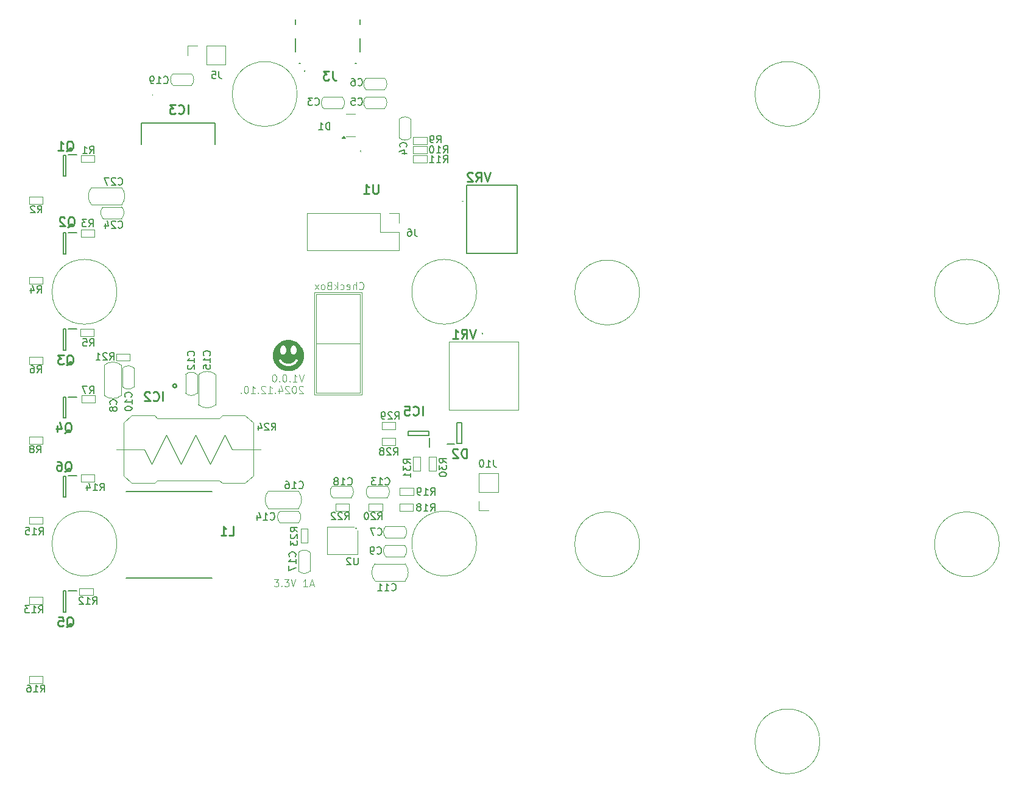
<source format=gbr>
%TF.GenerationSoftware,KiCad,Pcbnew,8.0.7-8.0.7-0~ubuntu24.04.1*%
%TF.CreationDate,2024-12-13T16:46:42+09:00*%
%TF.ProjectId,MRM5-tester,4d524d35-2d74-4657-9374-65722e6b6963,rev?*%
%TF.SameCoordinates,Original*%
%TF.FileFunction,Legend,Bot*%
%TF.FilePolarity,Positive*%
%FSLAX46Y46*%
G04 Gerber Fmt 4.6, Leading zero omitted, Abs format (unit mm)*
G04 Created by KiCad (PCBNEW 8.0.7-8.0.7-0~ubuntu24.04.1) date 2024-12-13 16:46:42*
%MOMM*%
%LPD*%
G01*
G04 APERTURE LIST*
%ADD10C,0.100000*%
%ADD11C,0.150000*%
%ADD12C,0.254000*%
%ADD13C,0.120000*%
%ADD14C,0.127000*%
%ADD15C,0.200000*%
%ADD16C,0.000000*%
%ADD17C,0.125000*%
G04 APERTURE END LIST*
D10*
X190050000Y-144400000D02*
G75*
G02*
X181050000Y-144400000I-4500000J0D01*
G01*
X181050000Y-144400000D02*
G75*
G02*
X190050000Y-144400000I4500000J0D01*
G01*
X142348055Y-116900000D02*
G75*
G02*
X133348055Y-116900000I-4500000J0D01*
G01*
X133348055Y-116900000D02*
G75*
G02*
X142348055Y-116900000I4500000J0D01*
G01*
X215000000Y-81900000D02*
G75*
G02*
X206000000Y-81900000I-4500000J0D01*
G01*
X206000000Y-81900000D02*
G75*
G02*
X215000000Y-81900000I4500000J0D01*
G01*
X117398055Y-54401504D02*
G75*
G02*
X108398055Y-54401504I-4500000J0D01*
G01*
X108398055Y-54401504D02*
G75*
G02*
X117398055Y-54401504I4500000J0D01*
G01*
X92350000Y-116900000D02*
G75*
G02*
X83350000Y-116900000I-4500000J0D01*
G01*
X83350000Y-116900000D02*
G75*
G02*
X92350000Y-116900000I4500000J0D01*
G01*
X92350000Y-81900000D02*
G75*
G02*
X83350000Y-81900000I-4500000J0D01*
G01*
X83350000Y-81900000D02*
G75*
G02*
X92350000Y-81900000I4500000J0D01*
G01*
X119798000Y-81946000D02*
X126402000Y-81946000D01*
X126402000Y-96170000D01*
X119798000Y-96170000D01*
X119798000Y-81946000D01*
X215000000Y-117000000D02*
G75*
G02*
X206000000Y-117000000I-4500000J0D01*
G01*
X206000000Y-117000000D02*
G75*
G02*
X215000000Y-117000000I4500000J0D01*
G01*
X165000000Y-117000000D02*
G75*
G02*
X156000000Y-117000000I-4500000J0D01*
G01*
X156000000Y-117000000D02*
G75*
G02*
X165000000Y-117000000I4500000J0D01*
G01*
X190050000Y-54400000D02*
G75*
G02*
X181050000Y-54400000I-4500000J0D01*
G01*
X181050000Y-54400000D02*
G75*
G02*
X190050000Y-54400000I4500000J0D01*
G01*
X120052000Y-82200000D02*
X126148000Y-82200000D01*
X126148000Y-95916000D01*
X120052000Y-95916000D01*
X120052000Y-82200000D01*
X165000000Y-82000000D02*
G75*
G02*
X156000000Y-82000000I-4500000J0D01*
G01*
X156000000Y-82000000D02*
G75*
G02*
X165000000Y-82000000I4500000J0D01*
G01*
X142348055Y-81900000D02*
G75*
G02*
X133348055Y-81900000I-4500000J0D01*
G01*
X133348055Y-81900000D02*
G75*
G02*
X142348055Y-81900000I4500000J0D01*
G01*
X120052000Y-82200000D02*
X126148000Y-82200000D01*
X126148000Y-89058000D01*
X120052000Y-89058000D01*
X120052000Y-82200000D01*
X114208646Y-121872419D02*
X114827693Y-121872419D01*
X114827693Y-121872419D02*
X114494360Y-122253371D01*
X114494360Y-122253371D02*
X114637217Y-122253371D01*
X114637217Y-122253371D02*
X114732455Y-122300990D01*
X114732455Y-122300990D02*
X114780074Y-122348609D01*
X114780074Y-122348609D02*
X114827693Y-122443847D01*
X114827693Y-122443847D02*
X114827693Y-122681942D01*
X114827693Y-122681942D02*
X114780074Y-122777180D01*
X114780074Y-122777180D02*
X114732455Y-122824800D01*
X114732455Y-122824800D02*
X114637217Y-122872419D01*
X114637217Y-122872419D02*
X114351503Y-122872419D01*
X114351503Y-122872419D02*
X114256265Y-122824800D01*
X114256265Y-122824800D02*
X114208646Y-122777180D01*
X115256265Y-122777180D02*
X115303884Y-122824800D01*
X115303884Y-122824800D02*
X115256265Y-122872419D01*
X115256265Y-122872419D02*
X115208646Y-122824800D01*
X115208646Y-122824800D02*
X115256265Y-122777180D01*
X115256265Y-122777180D02*
X115256265Y-122872419D01*
X115637217Y-121872419D02*
X116256264Y-121872419D01*
X116256264Y-121872419D02*
X115922931Y-122253371D01*
X115922931Y-122253371D02*
X116065788Y-122253371D01*
X116065788Y-122253371D02*
X116161026Y-122300990D01*
X116161026Y-122300990D02*
X116208645Y-122348609D01*
X116208645Y-122348609D02*
X116256264Y-122443847D01*
X116256264Y-122443847D02*
X116256264Y-122681942D01*
X116256264Y-122681942D02*
X116208645Y-122777180D01*
X116208645Y-122777180D02*
X116161026Y-122824800D01*
X116161026Y-122824800D02*
X116065788Y-122872419D01*
X116065788Y-122872419D02*
X115780074Y-122872419D01*
X115780074Y-122872419D02*
X115684836Y-122824800D01*
X115684836Y-122824800D02*
X115637217Y-122777180D01*
X116541979Y-121872419D02*
X116875312Y-122872419D01*
X116875312Y-122872419D02*
X117208645Y-121872419D01*
X118827693Y-122872419D02*
X118256265Y-122872419D01*
X118541979Y-122872419D02*
X118541979Y-121872419D01*
X118541979Y-121872419D02*
X118446741Y-122015276D01*
X118446741Y-122015276D02*
X118351503Y-122110514D01*
X118351503Y-122110514D02*
X118256265Y-122158133D01*
X119208646Y-122586704D02*
X119684836Y-122586704D01*
X119113408Y-122872419D02*
X119446741Y-121872419D01*
X119446741Y-121872419D02*
X119780074Y-122872419D01*
X118324972Y-93396475D02*
X117991639Y-94396475D01*
X117991639Y-94396475D02*
X117658306Y-93396475D01*
X116801163Y-94396475D02*
X117372591Y-94396475D01*
X117086877Y-94396475D02*
X117086877Y-93396475D01*
X117086877Y-93396475D02*
X117182115Y-93539332D01*
X117182115Y-93539332D02*
X117277353Y-93634570D01*
X117277353Y-93634570D02*
X117372591Y-93682189D01*
X116372591Y-94301236D02*
X116324972Y-94348856D01*
X116324972Y-94348856D02*
X116372591Y-94396475D01*
X116372591Y-94396475D02*
X116420210Y-94348856D01*
X116420210Y-94348856D02*
X116372591Y-94301236D01*
X116372591Y-94301236D02*
X116372591Y-94396475D01*
X115705925Y-93396475D02*
X115610687Y-93396475D01*
X115610687Y-93396475D02*
X115515449Y-93444094D01*
X115515449Y-93444094D02*
X115467830Y-93491713D01*
X115467830Y-93491713D02*
X115420211Y-93586951D01*
X115420211Y-93586951D02*
X115372592Y-93777427D01*
X115372592Y-93777427D02*
X115372592Y-94015522D01*
X115372592Y-94015522D02*
X115420211Y-94205998D01*
X115420211Y-94205998D02*
X115467830Y-94301236D01*
X115467830Y-94301236D02*
X115515449Y-94348856D01*
X115515449Y-94348856D02*
X115610687Y-94396475D01*
X115610687Y-94396475D02*
X115705925Y-94396475D01*
X115705925Y-94396475D02*
X115801163Y-94348856D01*
X115801163Y-94348856D02*
X115848782Y-94301236D01*
X115848782Y-94301236D02*
X115896401Y-94205998D01*
X115896401Y-94205998D02*
X115944020Y-94015522D01*
X115944020Y-94015522D02*
X115944020Y-93777427D01*
X115944020Y-93777427D02*
X115896401Y-93586951D01*
X115896401Y-93586951D02*
X115848782Y-93491713D01*
X115848782Y-93491713D02*
X115801163Y-93444094D01*
X115801163Y-93444094D02*
X115705925Y-93396475D01*
X114944020Y-94301236D02*
X114896401Y-94348856D01*
X114896401Y-94348856D02*
X114944020Y-94396475D01*
X114944020Y-94396475D02*
X114991639Y-94348856D01*
X114991639Y-94348856D02*
X114944020Y-94301236D01*
X114944020Y-94301236D02*
X114944020Y-94396475D01*
X114277354Y-93396475D02*
X114182116Y-93396475D01*
X114182116Y-93396475D02*
X114086878Y-93444094D01*
X114086878Y-93444094D02*
X114039259Y-93491713D01*
X114039259Y-93491713D02*
X113991640Y-93586951D01*
X113991640Y-93586951D02*
X113944021Y-93777427D01*
X113944021Y-93777427D02*
X113944021Y-94015522D01*
X113944021Y-94015522D02*
X113991640Y-94205998D01*
X113991640Y-94205998D02*
X114039259Y-94301236D01*
X114039259Y-94301236D02*
X114086878Y-94348856D01*
X114086878Y-94348856D02*
X114182116Y-94396475D01*
X114182116Y-94396475D02*
X114277354Y-94396475D01*
X114277354Y-94396475D02*
X114372592Y-94348856D01*
X114372592Y-94348856D02*
X114420211Y-94301236D01*
X114420211Y-94301236D02*
X114467830Y-94205998D01*
X114467830Y-94205998D02*
X114515449Y-94015522D01*
X114515449Y-94015522D02*
X114515449Y-93777427D01*
X114515449Y-93777427D02*
X114467830Y-93586951D01*
X114467830Y-93586951D02*
X114420211Y-93491713D01*
X114420211Y-93491713D02*
X114372592Y-93444094D01*
X114372592Y-93444094D02*
X114277354Y-93396475D01*
X118229734Y-95101657D02*
X118182115Y-95054038D01*
X118182115Y-95054038D02*
X118086877Y-95006419D01*
X118086877Y-95006419D02*
X117848782Y-95006419D01*
X117848782Y-95006419D02*
X117753544Y-95054038D01*
X117753544Y-95054038D02*
X117705925Y-95101657D01*
X117705925Y-95101657D02*
X117658306Y-95196895D01*
X117658306Y-95196895D02*
X117658306Y-95292133D01*
X117658306Y-95292133D02*
X117705925Y-95434990D01*
X117705925Y-95434990D02*
X118277353Y-96006419D01*
X118277353Y-96006419D02*
X117658306Y-96006419D01*
X117039258Y-95006419D02*
X116944020Y-95006419D01*
X116944020Y-95006419D02*
X116848782Y-95054038D01*
X116848782Y-95054038D02*
X116801163Y-95101657D01*
X116801163Y-95101657D02*
X116753544Y-95196895D01*
X116753544Y-95196895D02*
X116705925Y-95387371D01*
X116705925Y-95387371D02*
X116705925Y-95625466D01*
X116705925Y-95625466D02*
X116753544Y-95815942D01*
X116753544Y-95815942D02*
X116801163Y-95911180D01*
X116801163Y-95911180D02*
X116848782Y-95958800D01*
X116848782Y-95958800D02*
X116944020Y-96006419D01*
X116944020Y-96006419D02*
X117039258Y-96006419D01*
X117039258Y-96006419D02*
X117134496Y-95958800D01*
X117134496Y-95958800D02*
X117182115Y-95911180D01*
X117182115Y-95911180D02*
X117229734Y-95815942D01*
X117229734Y-95815942D02*
X117277353Y-95625466D01*
X117277353Y-95625466D02*
X117277353Y-95387371D01*
X117277353Y-95387371D02*
X117229734Y-95196895D01*
X117229734Y-95196895D02*
X117182115Y-95101657D01*
X117182115Y-95101657D02*
X117134496Y-95054038D01*
X117134496Y-95054038D02*
X117039258Y-95006419D01*
X116324972Y-95101657D02*
X116277353Y-95054038D01*
X116277353Y-95054038D02*
X116182115Y-95006419D01*
X116182115Y-95006419D02*
X115944020Y-95006419D01*
X115944020Y-95006419D02*
X115848782Y-95054038D01*
X115848782Y-95054038D02*
X115801163Y-95101657D01*
X115801163Y-95101657D02*
X115753544Y-95196895D01*
X115753544Y-95196895D02*
X115753544Y-95292133D01*
X115753544Y-95292133D02*
X115801163Y-95434990D01*
X115801163Y-95434990D02*
X116372591Y-96006419D01*
X116372591Y-96006419D02*
X115753544Y-96006419D01*
X114896401Y-95339752D02*
X114896401Y-96006419D01*
X115134496Y-94958800D02*
X115372591Y-95673085D01*
X115372591Y-95673085D02*
X114753544Y-95673085D01*
X114372591Y-95911180D02*
X114324972Y-95958800D01*
X114324972Y-95958800D02*
X114372591Y-96006419D01*
X114372591Y-96006419D02*
X114420210Y-95958800D01*
X114420210Y-95958800D02*
X114372591Y-95911180D01*
X114372591Y-95911180D02*
X114372591Y-96006419D01*
X113372592Y-96006419D02*
X113944020Y-96006419D01*
X113658306Y-96006419D02*
X113658306Y-95006419D01*
X113658306Y-95006419D02*
X113753544Y-95149276D01*
X113753544Y-95149276D02*
X113848782Y-95244514D01*
X113848782Y-95244514D02*
X113944020Y-95292133D01*
X112991639Y-95101657D02*
X112944020Y-95054038D01*
X112944020Y-95054038D02*
X112848782Y-95006419D01*
X112848782Y-95006419D02*
X112610687Y-95006419D01*
X112610687Y-95006419D02*
X112515449Y-95054038D01*
X112515449Y-95054038D02*
X112467830Y-95101657D01*
X112467830Y-95101657D02*
X112420211Y-95196895D01*
X112420211Y-95196895D02*
X112420211Y-95292133D01*
X112420211Y-95292133D02*
X112467830Y-95434990D01*
X112467830Y-95434990D02*
X113039258Y-96006419D01*
X113039258Y-96006419D02*
X112420211Y-96006419D01*
X111991639Y-95911180D02*
X111944020Y-95958800D01*
X111944020Y-95958800D02*
X111991639Y-96006419D01*
X111991639Y-96006419D02*
X112039258Y-95958800D01*
X112039258Y-95958800D02*
X111991639Y-95911180D01*
X111991639Y-95911180D02*
X111991639Y-96006419D01*
X110991640Y-96006419D02*
X111563068Y-96006419D01*
X111277354Y-96006419D02*
X111277354Y-95006419D01*
X111277354Y-95006419D02*
X111372592Y-95149276D01*
X111372592Y-95149276D02*
X111467830Y-95244514D01*
X111467830Y-95244514D02*
X111563068Y-95292133D01*
X110372592Y-95006419D02*
X110277354Y-95006419D01*
X110277354Y-95006419D02*
X110182116Y-95054038D01*
X110182116Y-95054038D02*
X110134497Y-95101657D01*
X110134497Y-95101657D02*
X110086878Y-95196895D01*
X110086878Y-95196895D02*
X110039259Y-95387371D01*
X110039259Y-95387371D02*
X110039259Y-95625466D01*
X110039259Y-95625466D02*
X110086878Y-95815942D01*
X110086878Y-95815942D02*
X110134497Y-95911180D01*
X110134497Y-95911180D02*
X110182116Y-95958800D01*
X110182116Y-95958800D02*
X110277354Y-96006419D01*
X110277354Y-96006419D02*
X110372592Y-96006419D01*
X110372592Y-96006419D02*
X110467830Y-95958800D01*
X110467830Y-95958800D02*
X110515449Y-95911180D01*
X110515449Y-95911180D02*
X110563068Y-95815942D01*
X110563068Y-95815942D02*
X110610687Y-95625466D01*
X110610687Y-95625466D02*
X110610687Y-95387371D01*
X110610687Y-95387371D02*
X110563068Y-95196895D01*
X110563068Y-95196895D02*
X110515449Y-95101657D01*
X110515449Y-95101657D02*
X110467830Y-95054038D01*
X110467830Y-95054038D02*
X110372592Y-95006419D01*
X109610687Y-95911180D02*
X109563068Y-95958800D01*
X109563068Y-95958800D02*
X109610687Y-96006419D01*
X109610687Y-96006419D02*
X109658306Y-95958800D01*
X109658306Y-95958800D02*
X109610687Y-95911180D01*
X109610687Y-95911180D02*
X109610687Y-96006419D01*
X126034687Y-81469180D02*
X126082306Y-81516800D01*
X126082306Y-81516800D02*
X126225163Y-81564419D01*
X126225163Y-81564419D02*
X126320401Y-81564419D01*
X126320401Y-81564419D02*
X126463258Y-81516800D01*
X126463258Y-81516800D02*
X126558496Y-81421561D01*
X126558496Y-81421561D02*
X126606115Y-81326323D01*
X126606115Y-81326323D02*
X126653734Y-81135847D01*
X126653734Y-81135847D02*
X126653734Y-80992990D01*
X126653734Y-80992990D02*
X126606115Y-80802514D01*
X126606115Y-80802514D02*
X126558496Y-80707276D01*
X126558496Y-80707276D02*
X126463258Y-80612038D01*
X126463258Y-80612038D02*
X126320401Y-80564419D01*
X126320401Y-80564419D02*
X126225163Y-80564419D01*
X126225163Y-80564419D02*
X126082306Y-80612038D01*
X126082306Y-80612038D02*
X126034687Y-80659657D01*
X125606115Y-81564419D02*
X125606115Y-80564419D01*
X125177544Y-81564419D02*
X125177544Y-81040609D01*
X125177544Y-81040609D02*
X125225163Y-80945371D01*
X125225163Y-80945371D02*
X125320401Y-80897752D01*
X125320401Y-80897752D02*
X125463258Y-80897752D01*
X125463258Y-80897752D02*
X125558496Y-80945371D01*
X125558496Y-80945371D02*
X125606115Y-80992990D01*
X124320401Y-81516800D02*
X124415639Y-81564419D01*
X124415639Y-81564419D02*
X124606115Y-81564419D01*
X124606115Y-81564419D02*
X124701353Y-81516800D01*
X124701353Y-81516800D02*
X124748972Y-81421561D01*
X124748972Y-81421561D02*
X124748972Y-81040609D01*
X124748972Y-81040609D02*
X124701353Y-80945371D01*
X124701353Y-80945371D02*
X124606115Y-80897752D01*
X124606115Y-80897752D02*
X124415639Y-80897752D01*
X124415639Y-80897752D02*
X124320401Y-80945371D01*
X124320401Y-80945371D02*
X124272782Y-81040609D01*
X124272782Y-81040609D02*
X124272782Y-81135847D01*
X124272782Y-81135847D02*
X124748972Y-81231085D01*
X123415639Y-81516800D02*
X123510877Y-81564419D01*
X123510877Y-81564419D02*
X123701353Y-81564419D01*
X123701353Y-81564419D02*
X123796591Y-81516800D01*
X123796591Y-81516800D02*
X123844210Y-81469180D01*
X123844210Y-81469180D02*
X123891829Y-81373942D01*
X123891829Y-81373942D02*
X123891829Y-81088228D01*
X123891829Y-81088228D02*
X123844210Y-80992990D01*
X123844210Y-80992990D02*
X123796591Y-80945371D01*
X123796591Y-80945371D02*
X123701353Y-80897752D01*
X123701353Y-80897752D02*
X123510877Y-80897752D01*
X123510877Y-80897752D02*
X123415639Y-80945371D01*
X122987067Y-81564419D02*
X122987067Y-80564419D01*
X122891829Y-81183466D02*
X122606115Y-81564419D01*
X122606115Y-80897752D02*
X122987067Y-81278704D01*
X121844210Y-81040609D02*
X121701353Y-81088228D01*
X121701353Y-81088228D02*
X121653734Y-81135847D01*
X121653734Y-81135847D02*
X121606115Y-81231085D01*
X121606115Y-81231085D02*
X121606115Y-81373942D01*
X121606115Y-81373942D02*
X121653734Y-81469180D01*
X121653734Y-81469180D02*
X121701353Y-81516800D01*
X121701353Y-81516800D02*
X121796591Y-81564419D01*
X121796591Y-81564419D02*
X122177543Y-81564419D01*
X122177543Y-81564419D02*
X122177543Y-80564419D01*
X122177543Y-80564419D02*
X121844210Y-80564419D01*
X121844210Y-80564419D02*
X121748972Y-80612038D01*
X121748972Y-80612038D02*
X121701353Y-80659657D01*
X121701353Y-80659657D02*
X121653734Y-80754895D01*
X121653734Y-80754895D02*
X121653734Y-80850133D01*
X121653734Y-80850133D02*
X121701353Y-80945371D01*
X121701353Y-80945371D02*
X121748972Y-80992990D01*
X121748972Y-80992990D02*
X121844210Y-81040609D01*
X121844210Y-81040609D02*
X122177543Y-81040609D01*
X121034686Y-81564419D02*
X121129924Y-81516800D01*
X121129924Y-81516800D02*
X121177543Y-81469180D01*
X121177543Y-81469180D02*
X121225162Y-81373942D01*
X121225162Y-81373942D02*
X121225162Y-81088228D01*
X121225162Y-81088228D02*
X121177543Y-80992990D01*
X121177543Y-80992990D02*
X121129924Y-80945371D01*
X121129924Y-80945371D02*
X121034686Y-80897752D01*
X121034686Y-80897752D02*
X120891829Y-80897752D01*
X120891829Y-80897752D02*
X120796591Y-80945371D01*
X120796591Y-80945371D02*
X120748972Y-80992990D01*
X120748972Y-80992990D02*
X120701353Y-81088228D01*
X120701353Y-81088228D02*
X120701353Y-81373942D01*
X120701353Y-81373942D02*
X120748972Y-81469180D01*
X120748972Y-81469180D02*
X120796591Y-81516800D01*
X120796591Y-81516800D02*
X120891829Y-81564419D01*
X120891829Y-81564419D02*
X121034686Y-81564419D01*
X120368019Y-81564419D02*
X119844210Y-80897752D01*
X120368019Y-80897752D02*
X119844210Y-81564419D01*
D11*
X119866666Y-55859580D02*
X119914285Y-55907200D01*
X119914285Y-55907200D02*
X120057142Y-55954819D01*
X120057142Y-55954819D02*
X120152380Y-55954819D01*
X120152380Y-55954819D02*
X120295237Y-55907200D01*
X120295237Y-55907200D02*
X120390475Y-55811961D01*
X120390475Y-55811961D02*
X120438094Y-55716723D01*
X120438094Y-55716723D02*
X120485713Y-55526247D01*
X120485713Y-55526247D02*
X120485713Y-55383390D01*
X120485713Y-55383390D02*
X120438094Y-55192914D01*
X120438094Y-55192914D02*
X120390475Y-55097676D01*
X120390475Y-55097676D02*
X120295237Y-55002438D01*
X120295237Y-55002438D02*
X120152380Y-54954819D01*
X120152380Y-54954819D02*
X120057142Y-54954819D01*
X120057142Y-54954819D02*
X119914285Y-55002438D01*
X119914285Y-55002438D02*
X119866666Y-55050057D01*
X119533332Y-54954819D02*
X118914285Y-54954819D01*
X118914285Y-54954819D02*
X119247618Y-55335771D01*
X119247618Y-55335771D02*
X119104761Y-55335771D01*
X119104761Y-55335771D02*
X119009523Y-55383390D01*
X119009523Y-55383390D02*
X118961904Y-55431009D01*
X118961904Y-55431009D02*
X118914285Y-55526247D01*
X118914285Y-55526247D02*
X118914285Y-55764342D01*
X118914285Y-55764342D02*
X118961904Y-55859580D01*
X118961904Y-55859580D02*
X119009523Y-55907200D01*
X119009523Y-55907200D02*
X119104761Y-55954819D01*
X119104761Y-55954819D02*
X119390475Y-55954819D01*
X119390475Y-55954819D02*
X119485713Y-55907200D01*
X119485713Y-55907200D02*
X119533332Y-55859580D01*
D12*
X107911666Y-115774318D02*
X108516428Y-115774318D01*
X108516428Y-115774318D02*
X108516428Y-114504318D01*
X106823094Y-115774318D02*
X107548809Y-115774318D01*
X107185952Y-115774318D02*
X107185952Y-114504318D01*
X107185952Y-114504318D02*
X107306904Y-114685746D01*
X107306904Y-114685746D02*
X107427856Y-114806699D01*
X107427856Y-114806699D02*
X107548809Y-114867175D01*
D11*
X103059580Y-90782142D02*
X103107200Y-90734523D01*
X103107200Y-90734523D02*
X103154819Y-90591666D01*
X103154819Y-90591666D02*
X103154819Y-90496428D01*
X103154819Y-90496428D02*
X103107200Y-90353571D01*
X103107200Y-90353571D02*
X103011961Y-90258333D01*
X103011961Y-90258333D02*
X102916723Y-90210714D01*
X102916723Y-90210714D02*
X102726247Y-90163095D01*
X102726247Y-90163095D02*
X102583390Y-90163095D01*
X102583390Y-90163095D02*
X102392914Y-90210714D01*
X102392914Y-90210714D02*
X102297676Y-90258333D01*
X102297676Y-90258333D02*
X102202438Y-90353571D01*
X102202438Y-90353571D02*
X102154819Y-90496428D01*
X102154819Y-90496428D02*
X102154819Y-90591666D01*
X102154819Y-90591666D02*
X102202438Y-90734523D01*
X102202438Y-90734523D02*
X102250057Y-90782142D01*
X103154819Y-91734523D02*
X103154819Y-91163095D01*
X103154819Y-91448809D02*
X102154819Y-91448809D01*
X102154819Y-91448809D02*
X102297676Y-91353571D01*
X102297676Y-91353571D02*
X102392914Y-91258333D01*
X102392914Y-91258333D02*
X102440533Y-91163095D01*
X102250057Y-92115476D02*
X102202438Y-92163095D01*
X102202438Y-92163095D02*
X102154819Y-92258333D01*
X102154819Y-92258333D02*
X102154819Y-92496428D01*
X102154819Y-92496428D02*
X102202438Y-92591666D01*
X102202438Y-92591666D02*
X102250057Y-92639285D01*
X102250057Y-92639285D02*
X102345295Y-92686904D01*
X102345295Y-92686904D02*
X102440533Y-92686904D01*
X102440533Y-92686904D02*
X102583390Y-92639285D01*
X102583390Y-92639285D02*
X103154819Y-92067857D01*
X103154819Y-92067857D02*
X103154819Y-92686904D01*
X113842857Y-101154819D02*
X114176190Y-100678628D01*
X114414285Y-101154819D02*
X114414285Y-100154819D01*
X114414285Y-100154819D02*
X114033333Y-100154819D01*
X114033333Y-100154819D02*
X113938095Y-100202438D01*
X113938095Y-100202438D02*
X113890476Y-100250057D01*
X113890476Y-100250057D02*
X113842857Y-100345295D01*
X113842857Y-100345295D02*
X113842857Y-100488152D01*
X113842857Y-100488152D02*
X113890476Y-100583390D01*
X113890476Y-100583390D02*
X113938095Y-100631009D01*
X113938095Y-100631009D02*
X114033333Y-100678628D01*
X114033333Y-100678628D02*
X114414285Y-100678628D01*
X113461904Y-100250057D02*
X113414285Y-100202438D01*
X113414285Y-100202438D02*
X113319047Y-100154819D01*
X113319047Y-100154819D02*
X113080952Y-100154819D01*
X113080952Y-100154819D02*
X112985714Y-100202438D01*
X112985714Y-100202438D02*
X112938095Y-100250057D01*
X112938095Y-100250057D02*
X112890476Y-100345295D01*
X112890476Y-100345295D02*
X112890476Y-100440533D01*
X112890476Y-100440533D02*
X112938095Y-100583390D01*
X112938095Y-100583390D02*
X113509523Y-101154819D01*
X113509523Y-101154819D02*
X112890476Y-101154819D01*
X112033333Y-100488152D02*
X112033333Y-101154819D01*
X112271428Y-100107200D02*
X112509523Y-100821485D01*
X112509523Y-100821485D02*
X111890476Y-100821485D01*
X117454819Y-115237142D02*
X116978628Y-114903809D01*
X117454819Y-114665714D02*
X116454819Y-114665714D01*
X116454819Y-114665714D02*
X116454819Y-115046666D01*
X116454819Y-115046666D02*
X116502438Y-115141904D01*
X116502438Y-115141904D02*
X116550057Y-115189523D01*
X116550057Y-115189523D02*
X116645295Y-115237142D01*
X116645295Y-115237142D02*
X116788152Y-115237142D01*
X116788152Y-115237142D02*
X116883390Y-115189523D01*
X116883390Y-115189523D02*
X116931009Y-115141904D01*
X116931009Y-115141904D02*
X116978628Y-115046666D01*
X116978628Y-115046666D02*
X116978628Y-114665714D01*
X116550057Y-115618095D02*
X116502438Y-115665714D01*
X116502438Y-115665714D02*
X116454819Y-115760952D01*
X116454819Y-115760952D02*
X116454819Y-115999047D01*
X116454819Y-115999047D02*
X116502438Y-116094285D01*
X116502438Y-116094285D02*
X116550057Y-116141904D01*
X116550057Y-116141904D02*
X116645295Y-116189523D01*
X116645295Y-116189523D02*
X116740533Y-116189523D01*
X116740533Y-116189523D02*
X116883390Y-116141904D01*
X116883390Y-116141904D02*
X117454819Y-115570476D01*
X117454819Y-115570476D02*
X117454819Y-116189523D01*
X116454819Y-116522857D02*
X116454819Y-117141904D01*
X116454819Y-117141904D02*
X116835771Y-116808571D01*
X116835771Y-116808571D02*
X116835771Y-116951428D01*
X116835771Y-116951428D02*
X116883390Y-117046666D01*
X116883390Y-117046666D02*
X116931009Y-117094285D01*
X116931009Y-117094285D02*
X117026247Y-117141904D01*
X117026247Y-117141904D02*
X117264342Y-117141904D01*
X117264342Y-117141904D02*
X117359580Y-117094285D01*
X117359580Y-117094285D02*
X117407200Y-117046666D01*
X117407200Y-117046666D02*
X117454819Y-116951428D01*
X117454819Y-116951428D02*
X117454819Y-116665714D01*
X117454819Y-116665714D02*
X117407200Y-116570476D01*
X117407200Y-116570476D02*
X117359580Y-116522857D01*
X144709523Y-105254819D02*
X144709523Y-105969104D01*
X144709523Y-105969104D02*
X144757142Y-106111961D01*
X144757142Y-106111961D02*
X144852380Y-106207200D01*
X144852380Y-106207200D02*
X144995237Y-106254819D01*
X144995237Y-106254819D02*
X145090475Y-106254819D01*
X143709523Y-106254819D02*
X144280951Y-106254819D01*
X143995237Y-106254819D02*
X143995237Y-105254819D01*
X143995237Y-105254819D02*
X144090475Y-105397676D01*
X144090475Y-105397676D02*
X144185713Y-105492914D01*
X144185713Y-105492914D02*
X144280951Y-105540533D01*
X143090475Y-105254819D02*
X142995237Y-105254819D01*
X142995237Y-105254819D02*
X142899999Y-105302438D01*
X142899999Y-105302438D02*
X142852380Y-105350057D01*
X142852380Y-105350057D02*
X142804761Y-105445295D01*
X142804761Y-105445295D02*
X142757142Y-105635771D01*
X142757142Y-105635771D02*
X142757142Y-105873866D01*
X142757142Y-105873866D02*
X142804761Y-106064342D01*
X142804761Y-106064342D02*
X142852380Y-106159580D01*
X142852380Y-106159580D02*
X142899999Y-106207200D01*
X142899999Y-106207200D02*
X142995237Y-106254819D01*
X142995237Y-106254819D02*
X143090475Y-106254819D01*
X143090475Y-106254819D02*
X143185713Y-106207200D01*
X143185713Y-106207200D02*
X143233332Y-106159580D01*
X143233332Y-106159580D02*
X143280951Y-106064342D01*
X143280951Y-106064342D02*
X143328570Y-105873866D01*
X143328570Y-105873866D02*
X143328570Y-105635771D01*
X143328570Y-105635771D02*
X143280951Y-105445295D01*
X143280951Y-105445295D02*
X143233332Y-105350057D01*
X143233332Y-105350057D02*
X143185713Y-105302438D01*
X143185713Y-105302438D02*
X143090475Y-105254819D01*
X128516666Y-118259580D02*
X128564285Y-118307200D01*
X128564285Y-118307200D02*
X128707142Y-118354819D01*
X128707142Y-118354819D02*
X128802380Y-118354819D01*
X128802380Y-118354819D02*
X128945237Y-118307200D01*
X128945237Y-118307200D02*
X129040475Y-118211961D01*
X129040475Y-118211961D02*
X129088094Y-118116723D01*
X129088094Y-118116723D02*
X129135713Y-117926247D01*
X129135713Y-117926247D02*
X129135713Y-117783390D01*
X129135713Y-117783390D02*
X129088094Y-117592914D01*
X129088094Y-117592914D02*
X129040475Y-117497676D01*
X129040475Y-117497676D02*
X128945237Y-117402438D01*
X128945237Y-117402438D02*
X128802380Y-117354819D01*
X128802380Y-117354819D02*
X128707142Y-117354819D01*
X128707142Y-117354819D02*
X128564285Y-117402438D01*
X128564285Y-117402438D02*
X128516666Y-117450057D01*
X128040475Y-118354819D02*
X127849999Y-118354819D01*
X127849999Y-118354819D02*
X127754761Y-118307200D01*
X127754761Y-118307200D02*
X127707142Y-118259580D01*
X127707142Y-118259580D02*
X127611904Y-118116723D01*
X127611904Y-118116723D02*
X127564285Y-117926247D01*
X127564285Y-117926247D02*
X127564285Y-117545295D01*
X127564285Y-117545295D02*
X127611904Y-117450057D01*
X127611904Y-117450057D02*
X127659523Y-117402438D01*
X127659523Y-117402438D02*
X127754761Y-117354819D01*
X127754761Y-117354819D02*
X127945237Y-117354819D01*
X127945237Y-117354819D02*
X128040475Y-117402438D01*
X128040475Y-117402438D02*
X128088094Y-117450057D01*
X128088094Y-117450057D02*
X128135713Y-117545295D01*
X128135713Y-117545295D02*
X128135713Y-117783390D01*
X128135713Y-117783390D02*
X128088094Y-117878628D01*
X128088094Y-117878628D02*
X128040475Y-117926247D01*
X128040475Y-117926247D02*
X127945237Y-117973866D01*
X127945237Y-117973866D02*
X127754761Y-117973866D01*
X127754761Y-117973866D02*
X127659523Y-117926247D01*
X127659523Y-117926247D02*
X127611904Y-117878628D01*
X127611904Y-117878628D02*
X127564285Y-117783390D01*
X92542857Y-72959580D02*
X92590476Y-73007200D01*
X92590476Y-73007200D02*
X92733333Y-73054819D01*
X92733333Y-73054819D02*
X92828571Y-73054819D01*
X92828571Y-73054819D02*
X92971428Y-73007200D01*
X92971428Y-73007200D02*
X93066666Y-72911961D01*
X93066666Y-72911961D02*
X93114285Y-72816723D01*
X93114285Y-72816723D02*
X93161904Y-72626247D01*
X93161904Y-72626247D02*
X93161904Y-72483390D01*
X93161904Y-72483390D02*
X93114285Y-72292914D01*
X93114285Y-72292914D02*
X93066666Y-72197676D01*
X93066666Y-72197676D02*
X92971428Y-72102438D01*
X92971428Y-72102438D02*
X92828571Y-72054819D01*
X92828571Y-72054819D02*
X92733333Y-72054819D01*
X92733333Y-72054819D02*
X92590476Y-72102438D01*
X92590476Y-72102438D02*
X92542857Y-72150057D01*
X92161904Y-72150057D02*
X92114285Y-72102438D01*
X92114285Y-72102438D02*
X92019047Y-72054819D01*
X92019047Y-72054819D02*
X91780952Y-72054819D01*
X91780952Y-72054819D02*
X91685714Y-72102438D01*
X91685714Y-72102438D02*
X91638095Y-72150057D01*
X91638095Y-72150057D02*
X91590476Y-72245295D01*
X91590476Y-72245295D02*
X91590476Y-72340533D01*
X91590476Y-72340533D02*
X91638095Y-72483390D01*
X91638095Y-72483390D02*
X92209523Y-73054819D01*
X92209523Y-73054819D02*
X91590476Y-73054819D01*
X90733333Y-72388152D02*
X90733333Y-73054819D01*
X90971428Y-72007200D02*
X91209523Y-72721485D01*
X91209523Y-72721485D02*
X90590476Y-72721485D01*
X117642857Y-109159580D02*
X117690476Y-109207200D01*
X117690476Y-109207200D02*
X117833333Y-109254819D01*
X117833333Y-109254819D02*
X117928571Y-109254819D01*
X117928571Y-109254819D02*
X118071428Y-109207200D01*
X118071428Y-109207200D02*
X118166666Y-109111961D01*
X118166666Y-109111961D02*
X118214285Y-109016723D01*
X118214285Y-109016723D02*
X118261904Y-108826247D01*
X118261904Y-108826247D02*
X118261904Y-108683390D01*
X118261904Y-108683390D02*
X118214285Y-108492914D01*
X118214285Y-108492914D02*
X118166666Y-108397676D01*
X118166666Y-108397676D02*
X118071428Y-108302438D01*
X118071428Y-108302438D02*
X117928571Y-108254819D01*
X117928571Y-108254819D02*
X117833333Y-108254819D01*
X117833333Y-108254819D02*
X117690476Y-108302438D01*
X117690476Y-108302438D02*
X117642857Y-108350057D01*
X116690476Y-109254819D02*
X117261904Y-109254819D01*
X116976190Y-109254819D02*
X116976190Y-108254819D01*
X116976190Y-108254819D02*
X117071428Y-108397676D01*
X117071428Y-108397676D02*
X117166666Y-108492914D01*
X117166666Y-108492914D02*
X117261904Y-108540533D01*
X115833333Y-108254819D02*
X116023809Y-108254819D01*
X116023809Y-108254819D02*
X116119047Y-108302438D01*
X116119047Y-108302438D02*
X116166666Y-108350057D01*
X116166666Y-108350057D02*
X116261904Y-108492914D01*
X116261904Y-108492914D02*
X116309523Y-108683390D01*
X116309523Y-108683390D02*
X116309523Y-109064342D01*
X116309523Y-109064342D02*
X116261904Y-109159580D01*
X116261904Y-109159580D02*
X116214285Y-109207200D01*
X116214285Y-109207200D02*
X116119047Y-109254819D01*
X116119047Y-109254819D02*
X115928571Y-109254819D01*
X115928571Y-109254819D02*
X115833333Y-109207200D01*
X115833333Y-109207200D02*
X115785714Y-109159580D01*
X115785714Y-109159580D02*
X115738095Y-109064342D01*
X115738095Y-109064342D02*
X115738095Y-108826247D01*
X115738095Y-108826247D02*
X115785714Y-108731009D01*
X115785714Y-108731009D02*
X115833333Y-108683390D01*
X115833333Y-108683390D02*
X115928571Y-108635771D01*
X115928571Y-108635771D02*
X116119047Y-108635771D01*
X116119047Y-108635771D02*
X116214285Y-108683390D01*
X116214285Y-108683390D02*
X116261904Y-108731009D01*
X116261904Y-108731009D02*
X116309523Y-108826247D01*
X128642857Y-113554819D02*
X128976190Y-113078628D01*
X129214285Y-113554819D02*
X129214285Y-112554819D01*
X129214285Y-112554819D02*
X128833333Y-112554819D01*
X128833333Y-112554819D02*
X128738095Y-112602438D01*
X128738095Y-112602438D02*
X128690476Y-112650057D01*
X128690476Y-112650057D02*
X128642857Y-112745295D01*
X128642857Y-112745295D02*
X128642857Y-112888152D01*
X128642857Y-112888152D02*
X128690476Y-112983390D01*
X128690476Y-112983390D02*
X128738095Y-113031009D01*
X128738095Y-113031009D02*
X128833333Y-113078628D01*
X128833333Y-113078628D02*
X129214285Y-113078628D01*
X128261904Y-112650057D02*
X128214285Y-112602438D01*
X128214285Y-112602438D02*
X128119047Y-112554819D01*
X128119047Y-112554819D02*
X127880952Y-112554819D01*
X127880952Y-112554819D02*
X127785714Y-112602438D01*
X127785714Y-112602438D02*
X127738095Y-112650057D01*
X127738095Y-112650057D02*
X127690476Y-112745295D01*
X127690476Y-112745295D02*
X127690476Y-112840533D01*
X127690476Y-112840533D02*
X127738095Y-112983390D01*
X127738095Y-112983390D02*
X128309523Y-113554819D01*
X128309523Y-113554819D02*
X127690476Y-113554819D01*
X127071428Y-112554819D02*
X126976190Y-112554819D01*
X126976190Y-112554819D02*
X126880952Y-112602438D01*
X126880952Y-112602438D02*
X126833333Y-112650057D01*
X126833333Y-112650057D02*
X126785714Y-112745295D01*
X126785714Y-112745295D02*
X126738095Y-112935771D01*
X126738095Y-112935771D02*
X126738095Y-113173866D01*
X126738095Y-113173866D02*
X126785714Y-113364342D01*
X126785714Y-113364342D02*
X126833333Y-113459580D01*
X126833333Y-113459580D02*
X126880952Y-113507200D01*
X126880952Y-113507200D02*
X126976190Y-113554819D01*
X126976190Y-113554819D02*
X127071428Y-113554819D01*
X127071428Y-113554819D02*
X127166666Y-113507200D01*
X127166666Y-113507200D02*
X127214285Y-113459580D01*
X127214285Y-113459580D02*
X127261904Y-113364342D01*
X127261904Y-113364342D02*
X127309523Y-113173866D01*
X127309523Y-113173866D02*
X127309523Y-112935771D01*
X127309523Y-112935771D02*
X127261904Y-112745295D01*
X127261904Y-112745295D02*
X127214285Y-112650057D01*
X127214285Y-112650057D02*
X127166666Y-112602438D01*
X127166666Y-112602438D02*
X127071428Y-112554819D01*
X130992857Y-99604819D02*
X131326190Y-99128628D01*
X131564285Y-99604819D02*
X131564285Y-98604819D01*
X131564285Y-98604819D02*
X131183333Y-98604819D01*
X131183333Y-98604819D02*
X131088095Y-98652438D01*
X131088095Y-98652438D02*
X131040476Y-98700057D01*
X131040476Y-98700057D02*
X130992857Y-98795295D01*
X130992857Y-98795295D02*
X130992857Y-98938152D01*
X130992857Y-98938152D02*
X131040476Y-99033390D01*
X131040476Y-99033390D02*
X131088095Y-99081009D01*
X131088095Y-99081009D02*
X131183333Y-99128628D01*
X131183333Y-99128628D02*
X131564285Y-99128628D01*
X130611904Y-98700057D02*
X130564285Y-98652438D01*
X130564285Y-98652438D02*
X130469047Y-98604819D01*
X130469047Y-98604819D02*
X130230952Y-98604819D01*
X130230952Y-98604819D02*
X130135714Y-98652438D01*
X130135714Y-98652438D02*
X130088095Y-98700057D01*
X130088095Y-98700057D02*
X130040476Y-98795295D01*
X130040476Y-98795295D02*
X130040476Y-98890533D01*
X130040476Y-98890533D02*
X130088095Y-99033390D01*
X130088095Y-99033390D02*
X130659523Y-99604819D01*
X130659523Y-99604819D02*
X130040476Y-99604819D01*
X129564285Y-99604819D02*
X129373809Y-99604819D01*
X129373809Y-99604819D02*
X129278571Y-99557200D01*
X129278571Y-99557200D02*
X129230952Y-99509580D01*
X129230952Y-99509580D02*
X129135714Y-99366723D01*
X129135714Y-99366723D02*
X129088095Y-99176247D01*
X129088095Y-99176247D02*
X129088095Y-98795295D01*
X129088095Y-98795295D02*
X129135714Y-98700057D01*
X129135714Y-98700057D02*
X129183333Y-98652438D01*
X129183333Y-98652438D02*
X129278571Y-98604819D01*
X129278571Y-98604819D02*
X129469047Y-98604819D01*
X129469047Y-98604819D02*
X129564285Y-98652438D01*
X129564285Y-98652438D02*
X129611904Y-98700057D01*
X129611904Y-98700057D02*
X129659523Y-98795295D01*
X129659523Y-98795295D02*
X129659523Y-99033390D01*
X129659523Y-99033390D02*
X129611904Y-99128628D01*
X129611904Y-99128628D02*
X129564285Y-99176247D01*
X129564285Y-99176247D02*
X129469047Y-99223866D01*
X129469047Y-99223866D02*
X129278571Y-99223866D01*
X129278571Y-99223866D02*
X129183333Y-99176247D01*
X129183333Y-99176247D02*
X129135714Y-99128628D01*
X129135714Y-99128628D02*
X129088095Y-99033390D01*
X125861666Y-55853580D02*
X125909285Y-55901200D01*
X125909285Y-55901200D02*
X126052142Y-55948819D01*
X126052142Y-55948819D02*
X126147380Y-55948819D01*
X126147380Y-55948819D02*
X126290237Y-55901200D01*
X126290237Y-55901200D02*
X126385475Y-55805961D01*
X126385475Y-55805961D02*
X126433094Y-55710723D01*
X126433094Y-55710723D02*
X126480713Y-55520247D01*
X126480713Y-55520247D02*
X126480713Y-55377390D01*
X126480713Y-55377390D02*
X126433094Y-55186914D01*
X126433094Y-55186914D02*
X126385475Y-55091676D01*
X126385475Y-55091676D02*
X126290237Y-54996438D01*
X126290237Y-54996438D02*
X126147380Y-54948819D01*
X126147380Y-54948819D02*
X126052142Y-54948819D01*
X126052142Y-54948819D02*
X125909285Y-54996438D01*
X125909285Y-54996438D02*
X125861666Y-55044057D01*
X124956904Y-54948819D02*
X125433094Y-54948819D01*
X125433094Y-54948819D02*
X125480713Y-55425009D01*
X125480713Y-55425009D02*
X125433094Y-55377390D01*
X125433094Y-55377390D02*
X125337856Y-55329771D01*
X125337856Y-55329771D02*
X125099761Y-55329771D01*
X125099761Y-55329771D02*
X125004523Y-55377390D01*
X125004523Y-55377390D02*
X124956904Y-55425009D01*
X124956904Y-55425009D02*
X124909285Y-55520247D01*
X124909285Y-55520247D02*
X124909285Y-55758342D01*
X124909285Y-55758342D02*
X124956904Y-55853580D01*
X124956904Y-55853580D02*
X125004523Y-55901200D01*
X125004523Y-55901200D02*
X125099761Y-55948819D01*
X125099761Y-55948819D02*
X125337856Y-55948819D01*
X125337856Y-55948819D02*
X125433094Y-55901200D01*
X125433094Y-55901200D02*
X125480713Y-55853580D01*
X81478857Y-126524819D02*
X81812190Y-126048628D01*
X82050285Y-126524819D02*
X82050285Y-125524819D01*
X82050285Y-125524819D02*
X81669333Y-125524819D01*
X81669333Y-125524819D02*
X81574095Y-125572438D01*
X81574095Y-125572438D02*
X81526476Y-125620057D01*
X81526476Y-125620057D02*
X81478857Y-125715295D01*
X81478857Y-125715295D02*
X81478857Y-125858152D01*
X81478857Y-125858152D02*
X81526476Y-125953390D01*
X81526476Y-125953390D02*
X81574095Y-126001009D01*
X81574095Y-126001009D02*
X81669333Y-126048628D01*
X81669333Y-126048628D02*
X82050285Y-126048628D01*
X80526476Y-126524819D02*
X81097904Y-126524819D01*
X80812190Y-126524819D02*
X80812190Y-125524819D01*
X80812190Y-125524819D02*
X80907428Y-125667676D01*
X80907428Y-125667676D02*
X81002666Y-125762914D01*
X81002666Y-125762914D02*
X81097904Y-125810533D01*
X80193142Y-125524819D02*
X79574095Y-125524819D01*
X79574095Y-125524819D02*
X79907428Y-125905771D01*
X79907428Y-125905771D02*
X79764571Y-125905771D01*
X79764571Y-125905771D02*
X79669333Y-125953390D01*
X79669333Y-125953390D02*
X79621714Y-126001009D01*
X79621714Y-126001009D02*
X79574095Y-126096247D01*
X79574095Y-126096247D02*
X79574095Y-126334342D01*
X79574095Y-126334342D02*
X79621714Y-126429580D01*
X79621714Y-126429580D02*
X79669333Y-126477200D01*
X79669333Y-126477200D02*
X79764571Y-126524819D01*
X79764571Y-126524819D02*
X80050285Y-126524819D01*
X80050285Y-126524819D02*
X80145523Y-126477200D01*
X80145523Y-126477200D02*
X80193142Y-126429580D01*
X135952857Y-112354819D02*
X136286190Y-111878628D01*
X136524285Y-112354819D02*
X136524285Y-111354819D01*
X136524285Y-111354819D02*
X136143333Y-111354819D01*
X136143333Y-111354819D02*
X136048095Y-111402438D01*
X136048095Y-111402438D02*
X136000476Y-111450057D01*
X136000476Y-111450057D02*
X135952857Y-111545295D01*
X135952857Y-111545295D02*
X135952857Y-111688152D01*
X135952857Y-111688152D02*
X136000476Y-111783390D01*
X136000476Y-111783390D02*
X136048095Y-111831009D01*
X136048095Y-111831009D02*
X136143333Y-111878628D01*
X136143333Y-111878628D02*
X136524285Y-111878628D01*
X135000476Y-112354819D02*
X135571904Y-112354819D01*
X135286190Y-112354819D02*
X135286190Y-111354819D01*
X135286190Y-111354819D02*
X135381428Y-111497676D01*
X135381428Y-111497676D02*
X135476666Y-111592914D01*
X135476666Y-111592914D02*
X135571904Y-111640533D01*
X134429047Y-111783390D02*
X134524285Y-111735771D01*
X134524285Y-111735771D02*
X134571904Y-111688152D01*
X134571904Y-111688152D02*
X134619523Y-111592914D01*
X134619523Y-111592914D02*
X134619523Y-111545295D01*
X134619523Y-111545295D02*
X134571904Y-111450057D01*
X134571904Y-111450057D02*
X134524285Y-111402438D01*
X134524285Y-111402438D02*
X134429047Y-111354819D01*
X134429047Y-111354819D02*
X134238571Y-111354819D01*
X134238571Y-111354819D02*
X134143333Y-111402438D01*
X134143333Y-111402438D02*
X134095714Y-111450057D01*
X134095714Y-111450057D02*
X134048095Y-111545295D01*
X134048095Y-111545295D02*
X134048095Y-111592914D01*
X134048095Y-111592914D02*
X134095714Y-111688152D01*
X134095714Y-111688152D02*
X134143333Y-111735771D01*
X134143333Y-111735771D02*
X134238571Y-111783390D01*
X134238571Y-111783390D02*
X134429047Y-111783390D01*
X134429047Y-111783390D02*
X134524285Y-111831009D01*
X134524285Y-111831009D02*
X134571904Y-111878628D01*
X134571904Y-111878628D02*
X134619523Y-111973866D01*
X134619523Y-111973866D02*
X134619523Y-112164342D01*
X134619523Y-112164342D02*
X134571904Y-112259580D01*
X134571904Y-112259580D02*
X134524285Y-112307200D01*
X134524285Y-112307200D02*
X134429047Y-112354819D01*
X134429047Y-112354819D02*
X134238571Y-112354819D01*
X134238571Y-112354819D02*
X134143333Y-112307200D01*
X134143333Y-112307200D02*
X134095714Y-112259580D01*
X134095714Y-112259580D02*
X134048095Y-112164342D01*
X134048095Y-112164342D02*
X134048095Y-111973866D01*
X134048095Y-111973866D02*
X134095714Y-111878628D01*
X134095714Y-111878628D02*
X134143333Y-111831009D01*
X134143333Y-111831009D02*
X134238571Y-111783390D01*
X106533333Y-51254819D02*
X106533333Y-51969104D01*
X106533333Y-51969104D02*
X106580952Y-52111961D01*
X106580952Y-52111961D02*
X106676190Y-52207200D01*
X106676190Y-52207200D02*
X106819047Y-52254819D01*
X106819047Y-52254819D02*
X106914285Y-52254819D01*
X105580952Y-51254819D02*
X106057142Y-51254819D01*
X106057142Y-51254819D02*
X106104761Y-51731009D01*
X106104761Y-51731009D02*
X106057142Y-51683390D01*
X106057142Y-51683390D02*
X105961904Y-51635771D01*
X105961904Y-51635771D02*
X105723809Y-51635771D01*
X105723809Y-51635771D02*
X105628571Y-51683390D01*
X105628571Y-51683390D02*
X105580952Y-51731009D01*
X105580952Y-51731009D02*
X105533333Y-51826247D01*
X105533333Y-51826247D02*
X105533333Y-52064342D01*
X105533333Y-52064342D02*
X105580952Y-52159580D01*
X105580952Y-52159580D02*
X105628571Y-52207200D01*
X105628571Y-52207200D02*
X105723809Y-52254819D01*
X105723809Y-52254819D02*
X105961904Y-52254819D01*
X105961904Y-52254819D02*
X106057142Y-52207200D01*
X106057142Y-52207200D02*
X106104761Y-52159580D01*
D12*
X85120952Y-101495270D02*
X85241904Y-101434794D01*
X85241904Y-101434794D02*
X85362857Y-101313842D01*
X85362857Y-101313842D02*
X85544285Y-101132413D01*
X85544285Y-101132413D02*
X85665238Y-101071937D01*
X85665238Y-101071937D02*
X85786190Y-101071937D01*
X85725714Y-101374318D02*
X85846666Y-101313842D01*
X85846666Y-101313842D02*
X85967619Y-101192889D01*
X85967619Y-101192889D02*
X86028095Y-100950984D01*
X86028095Y-100950984D02*
X86028095Y-100527651D01*
X86028095Y-100527651D02*
X85967619Y-100285746D01*
X85967619Y-100285746D02*
X85846666Y-100164794D01*
X85846666Y-100164794D02*
X85725714Y-100104318D01*
X85725714Y-100104318D02*
X85483809Y-100104318D01*
X85483809Y-100104318D02*
X85362857Y-100164794D01*
X85362857Y-100164794D02*
X85241904Y-100285746D01*
X85241904Y-100285746D02*
X85181428Y-100527651D01*
X85181428Y-100527651D02*
X85181428Y-100950984D01*
X85181428Y-100950984D02*
X85241904Y-101192889D01*
X85241904Y-101192889D02*
X85362857Y-101313842D01*
X85362857Y-101313842D02*
X85483809Y-101374318D01*
X85483809Y-101374318D02*
X85725714Y-101374318D01*
X84092857Y-100527651D02*
X84092857Y-101374318D01*
X84395238Y-100043842D02*
X84697619Y-100950984D01*
X84697619Y-100950984D02*
X83911428Y-100950984D01*
D11*
X94351580Y-96513880D02*
X94399200Y-96466261D01*
X94399200Y-96466261D02*
X94446819Y-96323404D01*
X94446819Y-96323404D02*
X94446819Y-96228166D01*
X94446819Y-96228166D02*
X94399200Y-96085309D01*
X94399200Y-96085309D02*
X94303961Y-95990071D01*
X94303961Y-95990071D02*
X94208723Y-95942452D01*
X94208723Y-95942452D02*
X94018247Y-95894833D01*
X94018247Y-95894833D02*
X93875390Y-95894833D01*
X93875390Y-95894833D02*
X93684914Y-95942452D01*
X93684914Y-95942452D02*
X93589676Y-95990071D01*
X93589676Y-95990071D02*
X93494438Y-96085309D01*
X93494438Y-96085309D02*
X93446819Y-96228166D01*
X93446819Y-96228166D02*
X93446819Y-96323404D01*
X93446819Y-96323404D02*
X93494438Y-96466261D01*
X93494438Y-96466261D02*
X93542057Y-96513880D01*
X94446819Y-97466261D02*
X94446819Y-96894833D01*
X94446819Y-97180547D02*
X93446819Y-97180547D01*
X93446819Y-97180547D02*
X93589676Y-97085309D01*
X93589676Y-97085309D02*
X93684914Y-96990071D01*
X93684914Y-96990071D02*
X93732533Y-96894833D01*
X93446819Y-98085309D02*
X93446819Y-98180547D01*
X93446819Y-98180547D02*
X93494438Y-98275785D01*
X93494438Y-98275785D02*
X93542057Y-98323404D01*
X93542057Y-98323404D02*
X93637295Y-98371023D01*
X93637295Y-98371023D02*
X93827771Y-98418642D01*
X93827771Y-98418642D02*
X94065866Y-98418642D01*
X94065866Y-98418642D02*
X94256342Y-98371023D01*
X94256342Y-98371023D02*
X94351580Y-98323404D01*
X94351580Y-98323404D02*
X94399200Y-98275785D01*
X94399200Y-98275785D02*
X94446819Y-98180547D01*
X94446819Y-98180547D02*
X94446819Y-98085309D01*
X94446819Y-98085309D02*
X94399200Y-97990071D01*
X94399200Y-97990071D02*
X94351580Y-97942452D01*
X94351580Y-97942452D02*
X94256342Y-97894833D01*
X94256342Y-97894833D02*
X94065866Y-97847214D01*
X94065866Y-97847214D02*
X93827771Y-97847214D01*
X93827771Y-97847214D02*
X93637295Y-97894833D01*
X93637295Y-97894833D02*
X93542057Y-97942452D01*
X93542057Y-97942452D02*
X93494438Y-97990071D01*
X93494438Y-97990071D02*
X93446819Y-98085309D01*
D12*
X98739762Y-97074318D02*
X98739762Y-95804318D01*
X97409285Y-96953365D02*
X97469761Y-97013842D01*
X97469761Y-97013842D02*
X97651190Y-97074318D01*
X97651190Y-97074318D02*
X97772142Y-97074318D01*
X97772142Y-97074318D02*
X97953571Y-97013842D01*
X97953571Y-97013842D02*
X98074523Y-96892889D01*
X98074523Y-96892889D02*
X98135000Y-96771937D01*
X98135000Y-96771937D02*
X98195476Y-96530032D01*
X98195476Y-96530032D02*
X98195476Y-96348603D01*
X98195476Y-96348603D02*
X98135000Y-96106699D01*
X98135000Y-96106699D02*
X98074523Y-95985746D01*
X98074523Y-95985746D02*
X97953571Y-95864794D01*
X97953571Y-95864794D02*
X97772142Y-95804318D01*
X97772142Y-95804318D02*
X97651190Y-95804318D01*
X97651190Y-95804318D02*
X97469761Y-95864794D01*
X97469761Y-95864794D02*
X97409285Y-95925270D01*
X96925476Y-95925270D02*
X96865000Y-95864794D01*
X96865000Y-95864794D02*
X96744047Y-95804318D01*
X96744047Y-95804318D02*
X96441666Y-95804318D01*
X96441666Y-95804318D02*
X96320714Y-95864794D01*
X96320714Y-95864794D02*
X96260238Y-95925270D01*
X96260238Y-95925270D02*
X96199761Y-96046222D01*
X96199761Y-96046222D02*
X96199761Y-96167175D01*
X96199761Y-96167175D02*
X96260238Y-96348603D01*
X96260238Y-96348603D02*
X96985952Y-97074318D01*
X96985952Y-97074318D02*
X96199761Y-97074318D01*
D11*
X125861904Y-118854819D02*
X125861904Y-119664342D01*
X125861904Y-119664342D02*
X125814285Y-119759580D01*
X125814285Y-119759580D02*
X125766666Y-119807200D01*
X125766666Y-119807200D02*
X125671428Y-119854819D01*
X125671428Y-119854819D02*
X125480952Y-119854819D01*
X125480952Y-119854819D02*
X125385714Y-119807200D01*
X125385714Y-119807200D02*
X125338095Y-119759580D01*
X125338095Y-119759580D02*
X125290476Y-119664342D01*
X125290476Y-119664342D02*
X125290476Y-118854819D01*
X124861904Y-118950057D02*
X124814285Y-118902438D01*
X124814285Y-118902438D02*
X124719047Y-118854819D01*
X124719047Y-118854819D02*
X124480952Y-118854819D01*
X124480952Y-118854819D02*
X124385714Y-118902438D01*
X124385714Y-118902438D02*
X124338095Y-118950057D01*
X124338095Y-118950057D02*
X124290476Y-119045295D01*
X124290476Y-119045295D02*
X124290476Y-119140533D01*
X124290476Y-119140533D02*
X124338095Y-119283390D01*
X124338095Y-119283390D02*
X124909523Y-119854819D01*
X124909523Y-119854819D02*
X124290476Y-119854819D01*
X133733333Y-73154819D02*
X133733333Y-73869104D01*
X133733333Y-73869104D02*
X133780952Y-74011961D01*
X133780952Y-74011961D02*
X133876190Y-74107200D01*
X133876190Y-74107200D02*
X134019047Y-74154819D01*
X134019047Y-74154819D02*
X134114285Y-74154819D01*
X132828571Y-73154819D02*
X133019047Y-73154819D01*
X133019047Y-73154819D02*
X133114285Y-73202438D01*
X133114285Y-73202438D02*
X133161904Y-73250057D01*
X133161904Y-73250057D02*
X133257142Y-73392914D01*
X133257142Y-73392914D02*
X133304761Y-73583390D01*
X133304761Y-73583390D02*
X133304761Y-73964342D01*
X133304761Y-73964342D02*
X133257142Y-74059580D01*
X133257142Y-74059580D02*
X133209523Y-74107200D01*
X133209523Y-74107200D02*
X133114285Y-74154819D01*
X133114285Y-74154819D02*
X132923809Y-74154819D01*
X132923809Y-74154819D02*
X132828571Y-74107200D01*
X132828571Y-74107200D02*
X132780952Y-74059580D01*
X132780952Y-74059580D02*
X132733333Y-73964342D01*
X132733333Y-73964342D02*
X132733333Y-73726247D01*
X132733333Y-73726247D02*
X132780952Y-73631009D01*
X132780952Y-73631009D02*
X132828571Y-73583390D01*
X132828571Y-73583390D02*
X132923809Y-73535771D01*
X132923809Y-73535771D02*
X133114285Y-73535771D01*
X133114285Y-73535771D02*
X133209523Y-73583390D01*
X133209523Y-73583390D02*
X133257142Y-73631009D01*
X133257142Y-73631009D02*
X133304761Y-73726247D01*
X88566666Y-89454819D02*
X88899999Y-88978628D01*
X89138094Y-89454819D02*
X89138094Y-88454819D01*
X89138094Y-88454819D02*
X88757142Y-88454819D01*
X88757142Y-88454819D02*
X88661904Y-88502438D01*
X88661904Y-88502438D02*
X88614285Y-88550057D01*
X88614285Y-88550057D02*
X88566666Y-88645295D01*
X88566666Y-88645295D02*
X88566666Y-88788152D01*
X88566666Y-88788152D02*
X88614285Y-88883390D01*
X88614285Y-88883390D02*
X88661904Y-88931009D01*
X88661904Y-88931009D02*
X88757142Y-88978628D01*
X88757142Y-88978628D02*
X89138094Y-88978628D01*
X87661904Y-88454819D02*
X88138094Y-88454819D01*
X88138094Y-88454819D02*
X88185713Y-88931009D01*
X88185713Y-88931009D02*
X88138094Y-88883390D01*
X88138094Y-88883390D02*
X88042856Y-88835771D01*
X88042856Y-88835771D02*
X87804761Y-88835771D01*
X87804761Y-88835771D02*
X87709523Y-88883390D01*
X87709523Y-88883390D02*
X87661904Y-88931009D01*
X87661904Y-88931009D02*
X87614285Y-89026247D01*
X87614285Y-89026247D02*
X87614285Y-89264342D01*
X87614285Y-89264342D02*
X87661904Y-89359580D01*
X87661904Y-89359580D02*
X87709523Y-89407200D01*
X87709523Y-89407200D02*
X87804761Y-89454819D01*
X87804761Y-89454819D02*
X88042856Y-89454819D01*
X88042856Y-89454819D02*
X88138094Y-89407200D01*
X88138094Y-89407200D02*
X88185713Y-89359580D01*
X81542857Y-115654819D02*
X81876190Y-115178628D01*
X82114285Y-115654819D02*
X82114285Y-114654819D01*
X82114285Y-114654819D02*
X81733333Y-114654819D01*
X81733333Y-114654819D02*
X81638095Y-114702438D01*
X81638095Y-114702438D02*
X81590476Y-114750057D01*
X81590476Y-114750057D02*
X81542857Y-114845295D01*
X81542857Y-114845295D02*
X81542857Y-114988152D01*
X81542857Y-114988152D02*
X81590476Y-115083390D01*
X81590476Y-115083390D02*
X81638095Y-115131009D01*
X81638095Y-115131009D02*
X81733333Y-115178628D01*
X81733333Y-115178628D02*
X82114285Y-115178628D01*
X80590476Y-115654819D02*
X81161904Y-115654819D01*
X80876190Y-115654819D02*
X80876190Y-114654819D01*
X80876190Y-114654819D02*
X80971428Y-114797676D01*
X80971428Y-114797676D02*
X81066666Y-114892914D01*
X81066666Y-114892914D02*
X81161904Y-114940533D01*
X79685714Y-114654819D02*
X80161904Y-114654819D01*
X80161904Y-114654819D02*
X80209523Y-115131009D01*
X80209523Y-115131009D02*
X80161904Y-115083390D01*
X80161904Y-115083390D02*
X80066666Y-115035771D01*
X80066666Y-115035771D02*
X79828571Y-115035771D01*
X79828571Y-115035771D02*
X79733333Y-115083390D01*
X79733333Y-115083390D02*
X79685714Y-115131009D01*
X79685714Y-115131009D02*
X79638095Y-115226247D01*
X79638095Y-115226247D02*
X79638095Y-115464342D01*
X79638095Y-115464342D02*
X79685714Y-115559580D01*
X79685714Y-115559580D02*
X79733333Y-115607200D01*
X79733333Y-115607200D02*
X79828571Y-115654819D01*
X79828571Y-115654819D02*
X80066666Y-115654819D01*
X80066666Y-115654819D02*
X80161904Y-115607200D01*
X80161904Y-115607200D02*
X80209523Y-115559580D01*
X137730857Y-62599819D02*
X138064190Y-62123628D01*
X138302285Y-62599819D02*
X138302285Y-61599819D01*
X138302285Y-61599819D02*
X137921333Y-61599819D01*
X137921333Y-61599819D02*
X137826095Y-61647438D01*
X137826095Y-61647438D02*
X137778476Y-61695057D01*
X137778476Y-61695057D02*
X137730857Y-61790295D01*
X137730857Y-61790295D02*
X137730857Y-61933152D01*
X137730857Y-61933152D02*
X137778476Y-62028390D01*
X137778476Y-62028390D02*
X137826095Y-62076009D01*
X137826095Y-62076009D02*
X137921333Y-62123628D01*
X137921333Y-62123628D02*
X138302285Y-62123628D01*
X136778476Y-62599819D02*
X137349904Y-62599819D01*
X137064190Y-62599819D02*
X137064190Y-61599819D01*
X137064190Y-61599819D02*
X137159428Y-61742676D01*
X137159428Y-61742676D02*
X137254666Y-61837914D01*
X137254666Y-61837914D02*
X137349904Y-61885533D01*
X136159428Y-61599819D02*
X136064190Y-61599819D01*
X136064190Y-61599819D02*
X135968952Y-61647438D01*
X135968952Y-61647438D02*
X135921333Y-61695057D01*
X135921333Y-61695057D02*
X135873714Y-61790295D01*
X135873714Y-61790295D02*
X135826095Y-61980771D01*
X135826095Y-61980771D02*
X135826095Y-62218866D01*
X135826095Y-62218866D02*
X135873714Y-62409342D01*
X135873714Y-62409342D02*
X135921333Y-62504580D01*
X135921333Y-62504580D02*
X135968952Y-62552200D01*
X135968952Y-62552200D02*
X136064190Y-62599819D01*
X136064190Y-62599819D02*
X136159428Y-62599819D01*
X136159428Y-62599819D02*
X136254666Y-62552200D01*
X136254666Y-62552200D02*
X136302285Y-62504580D01*
X136302285Y-62504580D02*
X136349904Y-62409342D01*
X136349904Y-62409342D02*
X136397523Y-62218866D01*
X136397523Y-62218866D02*
X136397523Y-61980771D01*
X136397523Y-61980771D02*
X136349904Y-61790295D01*
X136349904Y-61790295D02*
X136302285Y-61695057D01*
X136302285Y-61695057D02*
X136254666Y-61647438D01*
X136254666Y-61647438D02*
X136159428Y-61599819D01*
X128566666Y-115659580D02*
X128614285Y-115707200D01*
X128614285Y-115707200D02*
X128757142Y-115754819D01*
X128757142Y-115754819D02*
X128852380Y-115754819D01*
X128852380Y-115754819D02*
X128995237Y-115707200D01*
X128995237Y-115707200D02*
X129090475Y-115611961D01*
X129090475Y-115611961D02*
X129138094Y-115516723D01*
X129138094Y-115516723D02*
X129185713Y-115326247D01*
X129185713Y-115326247D02*
X129185713Y-115183390D01*
X129185713Y-115183390D02*
X129138094Y-114992914D01*
X129138094Y-114992914D02*
X129090475Y-114897676D01*
X129090475Y-114897676D02*
X128995237Y-114802438D01*
X128995237Y-114802438D02*
X128852380Y-114754819D01*
X128852380Y-114754819D02*
X128757142Y-114754819D01*
X128757142Y-114754819D02*
X128614285Y-114802438D01*
X128614285Y-114802438D02*
X128566666Y-114850057D01*
X128233332Y-114754819D02*
X127566666Y-114754819D01*
X127566666Y-114754819D02*
X127995237Y-115754819D01*
X124442857Y-108659580D02*
X124490476Y-108707200D01*
X124490476Y-108707200D02*
X124633333Y-108754819D01*
X124633333Y-108754819D02*
X124728571Y-108754819D01*
X124728571Y-108754819D02*
X124871428Y-108707200D01*
X124871428Y-108707200D02*
X124966666Y-108611961D01*
X124966666Y-108611961D02*
X125014285Y-108516723D01*
X125014285Y-108516723D02*
X125061904Y-108326247D01*
X125061904Y-108326247D02*
X125061904Y-108183390D01*
X125061904Y-108183390D02*
X125014285Y-107992914D01*
X125014285Y-107992914D02*
X124966666Y-107897676D01*
X124966666Y-107897676D02*
X124871428Y-107802438D01*
X124871428Y-107802438D02*
X124728571Y-107754819D01*
X124728571Y-107754819D02*
X124633333Y-107754819D01*
X124633333Y-107754819D02*
X124490476Y-107802438D01*
X124490476Y-107802438D02*
X124442857Y-107850057D01*
X123490476Y-108754819D02*
X124061904Y-108754819D01*
X123776190Y-108754819D02*
X123776190Y-107754819D01*
X123776190Y-107754819D02*
X123871428Y-107897676D01*
X123871428Y-107897676D02*
X123966666Y-107992914D01*
X123966666Y-107992914D02*
X124061904Y-108040533D01*
X122919047Y-108183390D02*
X123014285Y-108135771D01*
X123014285Y-108135771D02*
X123061904Y-108088152D01*
X123061904Y-108088152D02*
X123109523Y-107992914D01*
X123109523Y-107992914D02*
X123109523Y-107945295D01*
X123109523Y-107945295D02*
X123061904Y-107850057D01*
X123061904Y-107850057D02*
X123014285Y-107802438D01*
X123014285Y-107802438D02*
X122919047Y-107754819D01*
X122919047Y-107754819D02*
X122728571Y-107754819D01*
X122728571Y-107754819D02*
X122633333Y-107802438D01*
X122633333Y-107802438D02*
X122585714Y-107850057D01*
X122585714Y-107850057D02*
X122538095Y-107945295D01*
X122538095Y-107945295D02*
X122538095Y-107992914D01*
X122538095Y-107992914D02*
X122585714Y-108088152D01*
X122585714Y-108088152D02*
X122633333Y-108135771D01*
X122633333Y-108135771D02*
X122728571Y-108183390D01*
X122728571Y-108183390D02*
X122919047Y-108183390D01*
X122919047Y-108183390D02*
X123014285Y-108231009D01*
X123014285Y-108231009D02*
X123061904Y-108278628D01*
X123061904Y-108278628D02*
X123109523Y-108373866D01*
X123109523Y-108373866D02*
X123109523Y-108564342D01*
X123109523Y-108564342D02*
X123061904Y-108659580D01*
X123061904Y-108659580D02*
X123014285Y-108707200D01*
X123014285Y-108707200D02*
X122919047Y-108754819D01*
X122919047Y-108754819D02*
X122728571Y-108754819D01*
X122728571Y-108754819D02*
X122633333Y-108707200D01*
X122633333Y-108707200D02*
X122585714Y-108659580D01*
X122585714Y-108659580D02*
X122538095Y-108564342D01*
X122538095Y-108564342D02*
X122538095Y-108373866D01*
X122538095Y-108373866D02*
X122585714Y-108278628D01*
X122585714Y-108278628D02*
X122633333Y-108231009D01*
X122633333Y-108231009D02*
X122728571Y-108183390D01*
X124042857Y-113554819D02*
X124376190Y-113078628D01*
X124614285Y-113554819D02*
X124614285Y-112554819D01*
X124614285Y-112554819D02*
X124233333Y-112554819D01*
X124233333Y-112554819D02*
X124138095Y-112602438D01*
X124138095Y-112602438D02*
X124090476Y-112650057D01*
X124090476Y-112650057D02*
X124042857Y-112745295D01*
X124042857Y-112745295D02*
X124042857Y-112888152D01*
X124042857Y-112888152D02*
X124090476Y-112983390D01*
X124090476Y-112983390D02*
X124138095Y-113031009D01*
X124138095Y-113031009D02*
X124233333Y-113078628D01*
X124233333Y-113078628D02*
X124614285Y-113078628D01*
X123661904Y-112650057D02*
X123614285Y-112602438D01*
X123614285Y-112602438D02*
X123519047Y-112554819D01*
X123519047Y-112554819D02*
X123280952Y-112554819D01*
X123280952Y-112554819D02*
X123185714Y-112602438D01*
X123185714Y-112602438D02*
X123138095Y-112650057D01*
X123138095Y-112650057D02*
X123090476Y-112745295D01*
X123090476Y-112745295D02*
X123090476Y-112840533D01*
X123090476Y-112840533D02*
X123138095Y-112983390D01*
X123138095Y-112983390D02*
X123709523Y-113554819D01*
X123709523Y-113554819D02*
X123090476Y-113554819D01*
X122709523Y-112650057D02*
X122661904Y-112602438D01*
X122661904Y-112602438D02*
X122566666Y-112554819D01*
X122566666Y-112554819D02*
X122328571Y-112554819D01*
X122328571Y-112554819D02*
X122233333Y-112602438D01*
X122233333Y-112602438D02*
X122185714Y-112650057D01*
X122185714Y-112650057D02*
X122138095Y-112745295D01*
X122138095Y-112745295D02*
X122138095Y-112840533D01*
X122138095Y-112840533D02*
X122185714Y-112983390D01*
X122185714Y-112983390D02*
X122757142Y-113554819D01*
X122757142Y-113554819D02*
X122138095Y-113554819D01*
D12*
X85520952Y-72895270D02*
X85641904Y-72834794D01*
X85641904Y-72834794D02*
X85762857Y-72713842D01*
X85762857Y-72713842D02*
X85944285Y-72532413D01*
X85944285Y-72532413D02*
X86065238Y-72471937D01*
X86065238Y-72471937D02*
X86186190Y-72471937D01*
X86125714Y-72774318D02*
X86246666Y-72713842D01*
X86246666Y-72713842D02*
X86367619Y-72592889D01*
X86367619Y-72592889D02*
X86428095Y-72350984D01*
X86428095Y-72350984D02*
X86428095Y-71927651D01*
X86428095Y-71927651D02*
X86367619Y-71685746D01*
X86367619Y-71685746D02*
X86246666Y-71564794D01*
X86246666Y-71564794D02*
X86125714Y-71504318D01*
X86125714Y-71504318D02*
X85883809Y-71504318D01*
X85883809Y-71504318D02*
X85762857Y-71564794D01*
X85762857Y-71564794D02*
X85641904Y-71685746D01*
X85641904Y-71685746D02*
X85581428Y-71927651D01*
X85581428Y-71927651D02*
X85581428Y-72350984D01*
X85581428Y-72350984D02*
X85641904Y-72592889D01*
X85641904Y-72592889D02*
X85762857Y-72713842D01*
X85762857Y-72713842D02*
X85883809Y-72774318D01*
X85883809Y-72774318D02*
X86125714Y-72774318D01*
X85097619Y-71625270D02*
X85037143Y-71564794D01*
X85037143Y-71564794D02*
X84916190Y-71504318D01*
X84916190Y-71504318D02*
X84613809Y-71504318D01*
X84613809Y-71504318D02*
X84492857Y-71564794D01*
X84492857Y-71564794D02*
X84432381Y-71625270D01*
X84432381Y-71625270D02*
X84371904Y-71746222D01*
X84371904Y-71746222D02*
X84371904Y-71867175D01*
X84371904Y-71867175D02*
X84432381Y-72048603D01*
X84432381Y-72048603D02*
X85158095Y-72774318D01*
X85158095Y-72774318D02*
X84371904Y-72774318D01*
D11*
X98842857Y-52859580D02*
X98890476Y-52907200D01*
X98890476Y-52907200D02*
X99033333Y-52954819D01*
X99033333Y-52954819D02*
X99128571Y-52954819D01*
X99128571Y-52954819D02*
X99271428Y-52907200D01*
X99271428Y-52907200D02*
X99366666Y-52811961D01*
X99366666Y-52811961D02*
X99414285Y-52716723D01*
X99414285Y-52716723D02*
X99461904Y-52526247D01*
X99461904Y-52526247D02*
X99461904Y-52383390D01*
X99461904Y-52383390D02*
X99414285Y-52192914D01*
X99414285Y-52192914D02*
X99366666Y-52097676D01*
X99366666Y-52097676D02*
X99271428Y-52002438D01*
X99271428Y-52002438D02*
X99128571Y-51954819D01*
X99128571Y-51954819D02*
X99033333Y-51954819D01*
X99033333Y-51954819D02*
X98890476Y-52002438D01*
X98890476Y-52002438D02*
X98842857Y-52050057D01*
X97890476Y-52954819D02*
X98461904Y-52954819D01*
X98176190Y-52954819D02*
X98176190Y-51954819D01*
X98176190Y-51954819D02*
X98271428Y-52097676D01*
X98271428Y-52097676D02*
X98366666Y-52192914D01*
X98366666Y-52192914D02*
X98461904Y-52240533D01*
X97414285Y-52954819D02*
X97223809Y-52954819D01*
X97223809Y-52954819D02*
X97128571Y-52907200D01*
X97128571Y-52907200D02*
X97080952Y-52859580D01*
X97080952Y-52859580D02*
X96985714Y-52716723D01*
X96985714Y-52716723D02*
X96938095Y-52526247D01*
X96938095Y-52526247D02*
X96938095Y-52145295D01*
X96938095Y-52145295D02*
X96985714Y-52050057D01*
X96985714Y-52050057D02*
X97033333Y-52002438D01*
X97033333Y-52002438D02*
X97128571Y-51954819D01*
X97128571Y-51954819D02*
X97319047Y-51954819D01*
X97319047Y-51954819D02*
X97414285Y-52002438D01*
X97414285Y-52002438D02*
X97461904Y-52050057D01*
X97461904Y-52050057D02*
X97509523Y-52145295D01*
X97509523Y-52145295D02*
X97509523Y-52383390D01*
X97509523Y-52383390D02*
X97461904Y-52478628D01*
X97461904Y-52478628D02*
X97414285Y-52526247D01*
X97414285Y-52526247D02*
X97319047Y-52573866D01*
X97319047Y-52573866D02*
X97128571Y-52573866D01*
X97128571Y-52573866D02*
X97033333Y-52526247D01*
X97033333Y-52526247D02*
X96985714Y-52478628D01*
X96985714Y-52478628D02*
X96938095Y-52383390D01*
D12*
X144263094Y-65304318D02*
X143839761Y-66574318D01*
X143839761Y-66574318D02*
X143416427Y-65304318D01*
X142267380Y-66574318D02*
X142690714Y-65969556D01*
X142993095Y-66574318D02*
X142993095Y-65304318D01*
X142993095Y-65304318D02*
X142509285Y-65304318D01*
X142509285Y-65304318D02*
X142388333Y-65364794D01*
X142388333Y-65364794D02*
X142327856Y-65425270D01*
X142327856Y-65425270D02*
X142267380Y-65546222D01*
X142267380Y-65546222D02*
X142267380Y-65727651D01*
X142267380Y-65727651D02*
X142327856Y-65848603D01*
X142327856Y-65848603D02*
X142388333Y-65909080D01*
X142388333Y-65909080D02*
X142509285Y-65969556D01*
X142509285Y-65969556D02*
X142993095Y-65969556D01*
X141783571Y-65425270D02*
X141723095Y-65364794D01*
X141723095Y-65364794D02*
X141602142Y-65304318D01*
X141602142Y-65304318D02*
X141299761Y-65304318D01*
X141299761Y-65304318D02*
X141178809Y-65364794D01*
X141178809Y-65364794D02*
X141118333Y-65425270D01*
X141118333Y-65425270D02*
X141057856Y-65546222D01*
X141057856Y-65546222D02*
X141057856Y-65667175D01*
X141057856Y-65667175D02*
X141118333Y-65848603D01*
X141118333Y-65848603D02*
X141844047Y-66574318D01*
X141844047Y-66574318D02*
X141057856Y-66574318D01*
D11*
X117149580Y-118702142D02*
X117197200Y-118654523D01*
X117197200Y-118654523D02*
X117244819Y-118511666D01*
X117244819Y-118511666D02*
X117244819Y-118416428D01*
X117244819Y-118416428D02*
X117197200Y-118273571D01*
X117197200Y-118273571D02*
X117101961Y-118178333D01*
X117101961Y-118178333D02*
X117006723Y-118130714D01*
X117006723Y-118130714D02*
X116816247Y-118083095D01*
X116816247Y-118083095D02*
X116673390Y-118083095D01*
X116673390Y-118083095D02*
X116482914Y-118130714D01*
X116482914Y-118130714D02*
X116387676Y-118178333D01*
X116387676Y-118178333D02*
X116292438Y-118273571D01*
X116292438Y-118273571D02*
X116244819Y-118416428D01*
X116244819Y-118416428D02*
X116244819Y-118511666D01*
X116244819Y-118511666D02*
X116292438Y-118654523D01*
X116292438Y-118654523D02*
X116340057Y-118702142D01*
X117244819Y-119654523D02*
X117244819Y-119083095D01*
X117244819Y-119368809D02*
X116244819Y-119368809D01*
X116244819Y-119368809D02*
X116387676Y-119273571D01*
X116387676Y-119273571D02*
X116482914Y-119178333D01*
X116482914Y-119178333D02*
X116530533Y-119083095D01*
X116244819Y-119987857D02*
X116244819Y-120654523D01*
X116244819Y-120654523D02*
X117244819Y-120225952D01*
X88566666Y-96054819D02*
X88899999Y-95578628D01*
X89138094Y-96054819D02*
X89138094Y-95054819D01*
X89138094Y-95054819D02*
X88757142Y-95054819D01*
X88757142Y-95054819D02*
X88661904Y-95102438D01*
X88661904Y-95102438D02*
X88614285Y-95150057D01*
X88614285Y-95150057D02*
X88566666Y-95245295D01*
X88566666Y-95245295D02*
X88566666Y-95388152D01*
X88566666Y-95388152D02*
X88614285Y-95483390D01*
X88614285Y-95483390D02*
X88661904Y-95531009D01*
X88661904Y-95531009D02*
X88757142Y-95578628D01*
X88757142Y-95578628D02*
X89138094Y-95578628D01*
X88233332Y-95054819D02*
X87566666Y-95054819D01*
X87566666Y-95054819D02*
X87995237Y-96054819D01*
X105265580Y-90744142D02*
X105313200Y-90696523D01*
X105313200Y-90696523D02*
X105360819Y-90553666D01*
X105360819Y-90553666D02*
X105360819Y-90458428D01*
X105360819Y-90458428D02*
X105313200Y-90315571D01*
X105313200Y-90315571D02*
X105217961Y-90220333D01*
X105217961Y-90220333D02*
X105122723Y-90172714D01*
X105122723Y-90172714D02*
X104932247Y-90125095D01*
X104932247Y-90125095D02*
X104789390Y-90125095D01*
X104789390Y-90125095D02*
X104598914Y-90172714D01*
X104598914Y-90172714D02*
X104503676Y-90220333D01*
X104503676Y-90220333D02*
X104408438Y-90315571D01*
X104408438Y-90315571D02*
X104360819Y-90458428D01*
X104360819Y-90458428D02*
X104360819Y-90553666D01*
X104360819Y-90553666D02*
X104408438Y-90696523D01*
X104408438Y-90696523D02*
X104456057Y-90744142D01*
X105360819Y-91696523D02*
X105360819Y-91125095D01*
X105360819Y-91410809D02*
X104360819Y-91410809D01*
X104360819Y-91410809D02*
X104503676Y-91315571D01*
X104503676Y-91315571D02*
X104598914Y-91220333D01*
X104598914Y-91220333D02*
X104646533Y-91125095D01*
X104360819Y-92601285D02*
X104360819Y-92125095D01*
X104360819Y-92125095D02*
X104837009Y-92077476D01*
X104837009Y-92077476D02*
X104789390Y-92125095D01*
X104789390Y-92125095D02*
X104741771Y-92220333D01*
X104741771Y-92220333D02*
X104741771Y-92458428D01*
X104741771Y-92458428D02*
X104789390Y-92553666D01*
X104789390Y-92553666D02*
X104837009Y-92601285D01*
X104837009Y-92601285D02*
X104932247Y-92648904D01*
X104932247Y-92648904D02*
X105170342Y-92648904D01*
X105170342Y-92648904D02*
X105265580Y-92601285D01*
X105265580Y-92601285D02*
X105313200Y-92553666D01*
X105313200Y-92553666D02*
X105360819Y-92458428D01*
X105360819Y-92458428D02*
X105360819Y-92220333D01*
X105360819Y-92220333D02*
X105313200Y-92125095D01*
X105313200Y-92125095D02*
X105265580Y-92077476D01*
X88566666Y-62654819D02*
X88899999Y-62178628D01*
X89138094Y-62654819D02*
X89138094Y-61654819D01*
X89138094Y-61654819D02*
X88757142Y-61654819D01*
X88757142Y-61654819D02*
X88661904Y-61702438D01*
X88661904Y-61702438D02*
X88614285Y-61750057D01*
X88614285Y-61750057D02*
X88566666Y-61845295D01*
X88566666Y-61845295D02*
X88566666Y-61988152D01*
X88566666Y-61988152D02*
X88614285Y-62083390D01*
X88614285Y-62083390D02*
X88661904Y-62131009D01*
X88661904Y-62131009D02*
X88757142Y-62178628D01*
X88757142Y-62178628D02*
X89138094Y-62178628D01*
X87614285Y-62654819D02*
X88185713Y-62654819D01*
X87899999Y-62654819D02*
X87899999Y-61654819D01*
X87899999Y-61654819D02*
X87995237Y-61797676D01*
X87995237Y-61797676D02*
X88090475Y-61892914D01*
X88090475Y-61892914D02*
X88185713Y-61940533D01*
X121938094Y-59354819D02*
X121938094Y-58354819D01*
X121938094Y-58354819D02*
X121699999Y-58354819D01*
X121699999Y-58354819D02*
X121557142Y-58402438D01*
X121557142Y-58402438D02*
X121461904Y-58497676D01*
X121461904Y-58497676D02*
X121414285Y-58592914D01*
X121414285Y-58592914D02*
X121366666Y-58783390D01*
X121366666Y-58783390D02*
X121366666Y-58926247D01*
X121366666Y-58926247D02*
X121414285Y-59116723D01*
X121414285Y-59116723D02*
X121461904Y-59211961D01*
X121461904Y-59211961D02*
X121557142Y-59307200D01*
X121557142Y-59307200D02*
X121699999Y-59354819D01*
X121699999Y-59354819D02*
X121938094Y-59354819D01*
X120414285Y-59354819D02*
X120985713Y-59354819D01*
X120699999Y-59354819D02*
X120699999Y-58354819D01*
X120699999Y-58354819D02*
X120795237Y-58497676D01*
X120795237Y-58497676D02*
X120890475Y-58592914D01*
X120890475Y-58592914D02*
X120985713Y-58640533D01*
X81200666Y-104284819D02*
X81533999Y-103808628D01*
X81772094Y-104284819D02*
X81772094Y-103284819D01*
X81772094Y-103284819D02*
X81391142Y-103284819D01*
X81391142Y-103284819D02*
X81295904Y-103332438D01*
X81295904Y-103332438D02*
X81248285Y-103380057D01*
X81248285Y-103380057D02*
X81200666Y-103475295D01*
X81200666Y-103475295D02*
X81200666Y-103618152D01*
X81200666Y-103618152D02*
X81248285Y-103713390D01*
X81248285Y-103713390D02*
X81295904Y-103761009D01*
X81295904Y-103761009D02*
X81391142Y-103808628D01*
X81391142Y-103808628D02*
X81772094Y-103808628D01*
X80629237Y-103713390D02*
X80724475Y-103665771D01*
X80724475Y-103665771D02*
X80772094Y-103618152D01*
X80772094Y-103618152D02*
X80819713Y-103522914D01*
X80819713Y-103522914D02*
X80819713Y-103475295D01*
X80819713Y-103475295D02*
X80772094Y-103380057D01*
X80772094Y-103380057D02*
X80724475Y-103332438D01*
X80724475Y-103332438D02*
X80629237Y-103284819D01*
X80629237Y-103284819D02*
X80438761Y-103284819D01*
X80438761Y-103284819D02*
X80343523Y-103332438D01*
X80343523Y-103332438D02*
X80295904Y-103380057D01*
X80295904Y-103380057D02*
X80248285Y-103475295D01*
X80248285Y-103475295D02*
X80248285Y-103522914D01*
X80248285Y-103522914D02*
X80295904Y-103618152D01*
X80295904Y-103618152D02*
X80343523Y-103665771D01*
X80343523Y-103665771D02*
X80438761Y-103713390D01*
X80438761Y-103713390D02*
X80629237Y-103713390D01*
X80629237Y-103713390D02*
X80724475Y-103761009D01*
X80724475Y-103761009D02*
X80772094Y-103808628D01*
X80772094Y-103808628D02*
X80819713Y-103903866D01*
X80819713Y-103903866D02*
X80819713Y-104094342D01*
X80819713Y-104094342D02*
X80772094Y-104189580D01*
X80772094Y-104189580D02*
X80724475Y-104237200D01*
X80724475Y-104237200D02*
X80629237Y-104284819D01*
X80629237Y-104284819D02*
X80438761Y-104284819D01*
X80438761Y-104284819D02*
X80343523Y-104237200D01*
X80343523Y-104237200D02*
X80295904Y-104189580D01*
X80295904Y-104189580D02*
X80248285Y-104094342D01*
X80248285Y-104094342D02*
X80248285Y-103903866D01*
X80248285Y-103903866D02*
X80295904Y-103808628D01*
X80295904Y-103808628D02*
X80343523Y-103761009D01*
X80343523Y-103761009D02*
X80438761Y-103713390D01*
X129642857Y-108659580D02*
X129690476Y-108707200D01*
X129690476Y-108707200D02*
X129833333Y-108754819D01*
X129833333Y-108754819D02*
X129928571Y-108754819D01*
X129928571Y-108754819D02*
X130071428Y-108707200D01*
X130071428Y-108707200D02*
X130166666Y-108611961D01*
X130166666Y-108611961D02*
X130214285Y-108516723D01*
X130214285Y-108516723D02*
X130261904Y-108326247D01*
X130261904Y-108326247D02*
X130261904Y-108183390D01*
X130261904Y-108183390D02*
X130214285Y-107992914D01*
X130214285Y-107992914D02*
X130166666Y-107897676D01*
X130166666Y-107897676D02*
X130071428Y-107802438D01*
X130071428Y-107802438D02*
X129928571Y-107754819D01*
X129928571Y-107754819D02*
X129833333Y-107754819D01*
X129833333Y-107754819D02*
X129690476Y-107802438D01*
X129690476Y-107802438D02*
X129642857Y-107850057D01*
X128690476Y-108754819D02*
X129261904Y-108754819D01*
X128976190Y-108754819D02*
X128976190Y-107754819D01*
X128976190Y-107754819D02*
X129071428Y-107897676D01*
X129071428Y-107897676D02*
X129166666Y-107992914D01*
X129166666Y-107992914D02*
X129261904Y-108040533D01*
X128357142Y-107754819D02*
X127738095Y-107754819D01*
X127738095Y-107754819D02*
X128071428Y-108135771D01*
X128071428Y-108135771D02*
X127928571Y-108135771D01*
X127928571Y-108135771D02*
X127833333Y-108183390D01*
X127833333Y-108183390D02*
X127785714Y-108231009D01*
X127785714Y-108231009D02*
X127738095Y-108326247D01*
X127738095Y-108326247D02*
X127738095Y-108564342D01*
X127738095Y-108564342D02*
X127785714Y-108659580D01*
X127785714Y-108659580D02*
X127833333Y-108707200D01*
X127833333Y-108707200D02*
X127928571Y-108754819D01*
X127928571Y-108754819D02*
X128214285Y-108754819D01*
X128214285Y-108754819D02*
X128309523Y-108707200D01*
X128309523Y-108707200D02*
X128357142Y-108659580D01*
X138154819Y-105657142D02*
X137678628Y-105323809D01*
X138154819Y-105085714D02*
X137154819Y-105085714D01*
X137154819Y-105085714D02*
X137154819Y-105466666D01*
X137154819Y-105466666D02*
X137202438Y-105561904D01*
X137202438Y-105561904D02*
X137250057Y-105609523D01*
X137250057Y-105609523D02*
X137345295Y-105657142D01*
X137345295Y-105657142D02*
X137488152Y-105657142D01*
X137488152Y-105657142D02*
X137583390Y-105609523D01*
X137583390Y-105609523D02*
X137631009Y-105561904D01*
X137631009Y-105561904D02*
X137678628Y-105466666D01*
X137678628Y-105466666D02*
X137678628Y-105085714D01*
X137154819Y-105990476D02*
X137154819Y-106609523D01*
X137154819Y-106609523D02*
X137535771Y-106276190D01*
X137535771Y-106276190D02*
X137535771Y-106419047D01*
X137535771Y-106419047D02*
X137583390Y-106514285D01*
X137583390Y-106514285D02*
X137631009Y-106561904D01*
X137631009Y-106561904D02*
X137726247Y-106609523D01*
X137726247Y-106609523D02*
X137964342Y-106609523D01*
X137964342Y-106609523D02*
X138059580Y-106561904D01*
X138059580Y-106561904D02*
X138107200Y-106514285D01*
X138107200Y-106514285D02*
X138154819Y-106419047D01*
X138154819Y-106419047D02*
X138154819Y-106133333D01*
X138154819Y-106133333D02*
X138107200Y-106038095D01*
X138107200Y-106038095D02*
X138059580Y-105990476D01*
X137154819Y-107228571D02*
X137154819Y-107323809D01*
X137154819Y-107323809D02*
X137202438Y-107419047D01*
X137202438Y-107419047D02*
X137250057Y-107466666D01*
X137250057Y-107466666D02*
X137345295Y-107514285D01*
X137345295Y-107514285D02*
X137535771Y-107561904D01*
X137535771Y-107561904D02*
X137773866Y-107561904D01*
X137773866Y-107561904D02*
X137964342Y-107514285D01*
X137964342Y-107514285D02*
X138059580Y-107466666D01*
X138059580Y-107466666D02*
X138107200Y-107419047D01*
X138107200Y-107419047D02*
X138154819Y-107323809D01*
X138154819Y-107323809D02*
X138154819Y-107228571D01*
X138154819Y-107228571D02*
X138107200Y-107133333D01*
X138107200Y-107133333D02*
X138059580Y-107085714D01*
X138059580Y-107085714D02*
X137964342Y-107038095D01*
X137964342Y-107038095D02*
X137773866Y-106990476D01*
X137773866Y-106990476D02*
X137535771Y-106990476D01*
X137535771Y-106990476D02*
X137345295Y-107038095D01*
X137345295Y-107038095D02*
X137250057Y-107085714D01*
X137250057Y-107085714D02*
X137202438Y-107133333D01*
X137202438Y-107133333D02*
X137154819Y-107228571D01*
D12*
X140937381Y-104974318D02*
X140937381Y-103704318D01*
X140937381Y-103704318D02*
X140635000Y-103704318D01*
X140635000Y-103704318D02*
X140453571Y-103764794D01*
X140453571Y-103764794D02*
X140332619Y-103885746D01*
X140332619Y-103885746D02*
X140272142Y-104006699D01*
X140272142Y-104006699D02*
X140211666Y-104248603D01*
X140211666Y-104248603D02*
X140211666Y-104430032D01*
X140211666Y-104430032D02*
X140272142Y-104671937D01*
X140272142Y-104671937D02*
X140332619Y-104792889D01*
X140332619Y-104792889D02*
X140453571Y-104913842D01*
X140453571Y-104913842D02*
X140635000Y-104974318D01*
X140635000Y-104974318D02*
X140937381Y-104974318D01*
X139727857Y-103825270D02*
X139667381Y-103764794D01*
X139667381Y-103764794D02*
X139546428Y-103704318D01*
X139546428Y-103704318D02*
X139244047Y-103704318D01*
X139244047Y-103704318D02*
X139123095Y-103764794D01*
X139123095Y-103764794D02*
X139062619Y-103825270D01*
X139062619Y-103825270D02*
X139002142Y-103946222D01*
X139002142Y-103946222D02*
X139002142Y-104067175D01*
X139002142Y-104067175D02*
X139062619Y-104248603D01*
X139062619Y-104248603D02*
X139788333Y-104974318D01*
X139788333Y-104974318D02*
X139002142Y-104974318D01*
X142263094Y-87104318D02*
X141839761Y-88374318D01*
X141839761Y-88374318D02*
X141416427Y-87104318D01*
X140267380Y-88374318D02*
X140690714Y-87769556D01*
X140993095Y-88374318D02*
X140993095Y-87104318D01*
X140993095Y-87104318D02*
X140509285Y-87104318D01*
X140509285Y-87104318D02*
X140388333Y-87164794D01*
X140388333Y-87164794D02*
X140327856Y-87225270D01*
X140327856Y-87225270D02*
X140267380Y-87346222D01*
X140267380Y-87346222D02*
X140267380Y-87527651D01*
X140267380Y-87527651D02*
X140327856Y-87648603D01*
X140327856Y-87648603D02*
X140388333Y-87709080D01*
X140388333Y-87709080D02*
X140509285Y-87769556D01*
X140509285Y-87769556D02*
X140993095Y-87769556D01*
X139057856Y-88374318D02*
X139783571Y-88374318D01*
X139420714Y-88374318D02*
X139420714Y-87104318D01*
X139420714Y-87104318D02*
X139541666Y-87285746D01*
X139541666Y-87285746D02*
X139662618Y-87406699D01*
X139662618Y-87406699D02*
X139783571Y-87467175D01*
D11*
X91350857Y-91363557D02*
X91684190Y-90887366D01*
X91922285Y-91363557D02*
X91922285Y-90363557D01*
X91922285Y-90363557D02*
X91541333Y-90363557D01*
X91541333Y-90363557D02*
X91446095Y-90411176D01*
X91446095Y-90411176D02*
X91398476Y-90458795D01*
X91398476Y-90458795D02*
X91350857Y-90554033D01*
X91350857Y-90554033D02*
X91350857Y-90696890D01*
X91350857Y-90696890D02*
X91398476Y-90792128D01*
X91398476Y-90792128D02*
X91446095Y-90839747D01*
X91446095Y-90839747D02*
X91541333Y-90887366D01*
X91541333Y-90887366D02*
X91922285Y-90887366D01*
X90969904Y-90458795D02*
X90922285Y-90411176D01*
X90922285Y-90411176D02*
X90827047Y-90363557D01*
X90827047Y-90363557D02*
X90588952Y-90363557D01*
X90588952Y-90363557D02*
X90493714Y-90411176D01*
X90493714Y-90411176D02*
X90446095Y-90458795D01*
X90446095Y-90458795D02*
X90398476Y-90554033D01*
X90398476Y-90554033D02*
X90398476Y-90649271D01*
X90398476Y-90649271D02*
X90446095Y-90792128D01*
X90446095Y-90792128D02*
X91017523Y-91363557D01*
X91017523Y-91363557D02*
X90398476Y-91363557D01*
X89446095Y-91363557D02*
X90017523Y-91363557D01*
X89731809Y-91363557D02*
X89731809Y-90363557D01*
X89731809Y-90363557D02*
X89827047Y-90506414D01*
X89827047Y-90506414D02*
X89922285Y-90601652D01*
X89922285Y-90601652D02*
X90017523Y-90649271D01*
X81742857Y-137554819D02*
X82076190Y-137078628D01*
X82314285Y-137554819D02*
X82314285Y-136554819D01*
X82314285Y-136554819D02*
X81933333Y-136554819D01*
X81933333Y-136554819D02*
X81838095Y-136602438D01*
X81838095Y-136602438D02*
X81790476Y-136650057D01*
X81790476Y-136650057D02*
X81742857Y-136745295D01*
X81742857Y-136745295D02*
X81742857Y-136888152D01*
X81742857Y-136888152D02*
X81790476Y-136983390D01*
X81790476Y-136983390D02*
X81838095Y-137031009D01*
X81838095Y-137031009D02*
X81933333Y-137078628D01*
X81933333Y-137078628D02*
X82314285Y-137078628D01*
X80790476Y-137554819D02*
X81361904Y-137554819D01*
X81076190Y-137554819D02*
X81076190Y-136554819D01*
X81076190Y-136554819D02*
X81171428Y-136697676D01*
X81171428Y-136697676D02*
X81266666Y-136792914D01*
X81266666Y-136792914D02*
X81361904Y-136840533D01*
X79933333Y-136554819D02*
X80123809Y-136554819D01*
X80123809Y-136554819D02*
X80219047Y-136602438D01*
X80219047Y-136602438D02*
X80266666Y-136650057D01*
X80266666Y-136650057D02*
X80361904Y-136792914D01*
X80361904Y-136792914D02*
X80409523Y-136983390D01*
X80409523Y-136983390D02*
X80409523Y-137364342D01*
X80409523Y-137364342D02*
X80361904Y-137459580D01*
X80361904Y-137459580D02*
X80314285Y-137507200D01*
X80314285Y-137507200D02*
X80219047Y-137554819D01*
X80219047Y-137554819D02*
X80028571Y-137554819D01*
X80028571Y-137554819D02*
X79933333Y-137507200D01*
X79933333Y-137507200D02*
X79885714Y-137459580D01*
X79885714Y-137459580D02*
X79838095Y-137364342D01*
X79838095Y-137364342D02*
X79838095Y-137126247D01*
X79838095Y-137126247D02*
X79885714Y-137031009D01*
X79885714Y-137031009D02*
X79933333Y-136983390D01*
X79933333Y-136983390D02*
X80028571Y-136935771D01*
X80028571Y-136935771D02*
X80219047Y-136935771D01*
X80219047Y-136935771D02*
X80314285Y-136983390D01*
X80314285Y-136983390D02*
X80361904Y-137031009D01*
X80361904Y-137031009D02*
X80409523Y-137126247D01*
D12*
X102239762Y-57174318D02*
X102239762Y-55904318D01*
X100909285Y-57053365D02*
X100969761Y-57113842D01*
X100969761Y-57113842D02*
X101151190Y-57174318D01*
X101151190Y-57174318D02*
X101272142Y-57174318D01*
X101272142Y-57174318D02*
X101453571Y-57113842D01*
X101453571Y-57113842D02*
X101574523Y-56992889D01*
X101574523Y-56992889D02*
X101635000Y-56871937D01*
X101635000Y-56871937D02*
X101695476Y-56630032D01*
X101695476Y-56630032D02*
X101695476Y-56448603D01*
X101695476Y-56448603D02*
X101635000Y-56206699D01*
X101635000Y-56206699D02*
X101574523Y-56085746D01*
X101574523Y-56085746D02*
X101453571Y-55964794D01*
X101453571Y-55964794D02*
X101272142Y-55904318D01*
X101272142Y-55904318D02*
X101151190Y-55904318D01*
X101151190Y-55904318D02*
X100969761Y-55964794D01*
X100969761Y-55964794D02*
X100909285Y-56025270D01*
X100485952Y-55904318D02*
X99699761Y-55904318D01*
X99699761Y-55904318D02*
X100123095Y-56388127D01*
X100123095Y-56388127D02*
X99941666Y-56388127D01*
X99941666Y-56388127D02*
X99820714Y-56448603D01*
X99820714Y-56448603D02*
X99760238Y-56509080D01*
X99760238Y-56509080D02*
X99699761Y-56630032D01*
X99699761Y-56630032D02*
X99699761Y-56932413D01*
X99699761Y-56932413D02*
X99760238Y-57053365D01*
X99760238Y-57053365D02*
X99820714Y-57113842D01*
X99820714Y-57113842D02*
X99941666Y-57174318D01*
X99941666Y-57174318D02*
X100304523Y-57174318D01*
X100304523Y-57174318D02*
X100425476Y-57113842D01*
X100425476Y-57113842D02*
X100485952Y-57053365D01*
D11*
X113667857Y-113509580D02*
X113715476Y-113557200D01*
X113715476Y-113557200D02*
X113858333Y-113604819D01*
X113858333Y-113604819D02*
X113953571Y-113604819D01*
X113953571Y-113604819D02*
X114096428Y-113557200D01*
X114096428Y-113557200D02*
X114191666Y-113461961D01*
X114191666Y-113461961D02*
X114239285Y-113366723D01*
X114239285Y-113366723D02*
X114286904Y-113176247D01*
X114286904Y-113176247D02*
X114286904Y-113033390D01*
X114286904Y-113033390D02*
X114239285Y-112842914D01*
X114239285Y-112842914D02*
X114191666Y-112747676D01*
X114191666Y-112747676D02*
X114096428Y-112652438D01*
X114096428Y-112652438D02*
X113953571Y-112604819D01*
X113953571Y-112604819D02*
X113858333Y-112604819D01*
X113858333Y-112604819D02*
X113715476Y-112652438D01*
X113715476Y-112652438D02*
X113667857Y-112700057D01*
X112715476Y-113604819D02*
X113286904Y-113604819D01*
X113001190Y-113604819D02*
X113001190Y-112604819D01*
X113001190Y-112604819D02*
X113096428Y-112747676D01*
X113096428Y-112747676D02*
X113191666Y-112842914D01*
X113191666Y-112842914D02*
X113286904Y-112890533D01*
X111858333Y-112938152D02*
X111858333Y-113604819D01*
X112096428Y-112557200D02*
X112334523Y-113271485D01*
X112334523Y-113271485D02*
X111715476Y-113271485D01*
X81256666Y-93164819D02*
X81589999Y-92688628D01*
X81828094Y-93164819D02*
X81828094Y-92164819D01*
X81828094Y-92164819D02*
X81447142Y-92164819D01*
X81447142Y-92164819D02*
X81351904Y-92212438D01*
X81351904Y-92212438D02*
X81304285Y-92260057D01*
X81304285Y-92260057D02*
X81256666Y-92355295D01*
X81256666Y-92355295D02*
X81256666Y-92498152D01*
X81256666Y-92498152D02*
X81304285Y-92593390D01*
X81304285Y-92593390D02*
X81351904Y-92641009D01*
X81351904Y-92641009D02*
X81447142Y-92688628D01*
X81447142Y-92688628D02*
X81828094Y-92688628D01*
X80399523Y-92164819D02*
X80589999Y-92164819D01*
X80589999Y-92164819D02*
X80685237Y-92212438D01*
X80685237Y-92212438D02*
X80732856Y-92260057D01*
X80732856Y-92260057D02*
X80828094Y-92402914D01*
X80828094Y-92402914D02*
X80875713Y-92593390D01*
X80875713Y-92593390D02*
X80875713Y-92974342D01*
X80875713Y-92974342D02*
X80828094Y-93069580D01*
X80828094Y-93069580D02*
X80780475Y-93117200D01*
X80780475Y-93117200D02*
X80685237Y-93164819D01*
X80685237Y-93164819D02*
X80494761Y-93164819D01*
X80494761Y-93164819D02*
X80399523Y-93117200D01*
X80399523Y-93117200D02*
X80351904Y-93069580D01*
X80351904Y-93069580D02*
X80304285Y-92974342D01*
X80304285Y-92974342D02*
X80304285Y-92736247D01*
X80304285Y-92736247D02*
X80351904Y-92641009D01*
X80351904Y-92641009D02*
X80399523Y-92593390D01*
X80399523Y-92593390D02*
X80494761Y-92545771D01*
X80494761Y-92545771D02*
X80685237Y-92545771D01*
X80685237Y-92545771D02*
X80780475Y-92593390D01*
X80780475Y-92593390D02*
X80828094Y-92641009D01*
X80828094Y-92641009D02*
X80875713Y-92736247D01*
X88456666Y-72854819D02*
X88789999Y-72378628D01*
X89028094Y-72854819D02*
X89028094Y-71854819D01*
X89028094Y-71854819D02*
X88647142Y-71854819D01*
X88647142Y-71854819D02*
X88551904Y-71902438D01*
X88551904Y-71902438D02*
X88504285Y-71950057D01*
X88504285Y-71950057D02*
X88456666Y-72045295D01*
X88456666Y-72045295D02*
X88456666Y-72188152D01*
X88456666Y-72188152D02*
X88504285Y-72283390D01*
X88504285Y-72283390D02*
X88551904Y-72331009D01*
X88551904Y-72331009D02*
X88647142Y-72378628D01*
X88647142Y-72378628D02*
X89028094Y-72378628D01*
X88123332Y-71854819D02*
X87504285Y-71854819D01*
X87504285Y-71854819D02*
X87837618Y-72235771D01*
X87837618Y-72235771D02*
X87694761Y-72235771D01*
X87694761Y-72235771D02*
X87599523Y-72283390D01*
X87599523Y-72283390D02*
X87551904Y-72331009D01*
X87551904Y-72331009D02*
X87504285Y-72426247D01*
X87504285Y-72426247D02*
X87504285Y-72664342D01*
X87504285Y-72664342D02*
X87551904Y-72759580D01*
X87551904Y-72759580D02*
X87599523Y-72807200D01*
X87599523Y-72807200D02*
X87694761Y-72854819D01*
X87694761Y-72854819D02*
X87980475Y-72854819D01*
X87980475Y-72854819D02*
X88075713Y-72807200D01*
X88075713Y-72807200D02*
X88123332Y-72759580D01*
D12*
X122323332Y-51204318D02*
X122323332Y-52111461D01*
X122323332Y-52111461D02*
X122383809Y-52292889D01*
X122383809Y-52292889D02*
X122504761Y-52413842D01*
X122504761Y-52413842D02*
X122686190Y-52474318D01*
X122686190Y-52474318D02*
X122807142Y-52474318D01*
X121839523Y-51204318D02*
X121053332Y-51204318D01*
X121053332Y-51204318D02*
X121476666Y-51688127D01*
X121476666Y-51688127D02*
X121295237Y-51688127D01*
X121295237Y-51688127D02*
X121174285Y-51748603D01*
X121174285Y-51748603D02*
X121113809Y-51809080D01*
X121113809Y-51809080D02*
X121053332Y-51930032D01*
X121053332Y-51930032D02*
X121053332Y-52232413D01*
X121053332Y-52232413D02*
X121113809Y-52353365D01*
X121113809Y-52353365D02*
X121174285Y-52413842D01*
X121174285Y-52413842D02*
X121295237Y-52474318D01*
X121295237Y-52474318D02*
X121658094Y-52474318D01*
X121658094Y-52474318D02*
X121779047Y-52413842D01*
X121779047Y-52413842D02*
X121839523Y-52353365D01*
D11*
X135969240Y-110148985D02*
X136302573Y-109672794D01*
X136540668Y-110148985D02*
X136540668Y-109148985D01*
X136540668Y-109148985D02*
X136159716Y-109148985D01*
X136159716Y-109148985D02*
X136064478Y-109196604D01*
X136064478Y-109196604D02*
X136016859Y-109244223D01*
X136016859Y-109244223D02*
X135969240Y-109339461D01*
X135969240Y-109339461D02*
X135969240Y-109482318D01*
X135969240Y-109482318D02*
X136016859Y-109577556D01*
X136016859Y-109577556D02*
X136064478Y-109625175D01*
X136064478Y-109625175D02*
X136159716Y-109672794D01*
X136159716Y-109672794D02*
X136540668Y-109672794D01*
X135016859Y-110148985D02*
X135588287Y-110148985D01*
X135302573Y-110148985D02*
X135302573Y-109148985D01*
X135302573Y-109148985D02*
X135397811Y-109291842D01*
X135397811Y-109291842D02*
X135493049Y-109387080D01*
X135493049Y-109387080D02*
X135588287Y-109434699D01*
X134540668Y-110148985D02*
X134350192Y-110148985D01*
X134350192Y-110148985D02*
X134254954Y-110101366D01*
X134254954Y-110101366D02*
X134207335Y-110053746D01*
X134207335Y-110053746D02*
X134112097Y-109910889D01*
X134112097Y-109910889D02*
X134064478Y-109720413D01*
X134064478Y-109720413D02*
X134064478Y-109339461D01*
X134064478Y-109339461D02*
X134112097Y-109244223D01*
X134112097Y-109244223D02*
X134159716Y-109196604D01*
X134159716Y-109196604D02*
X134254954Y-109148985D01*
X134254954Y-109148985D02*
X134445430Y-109148985D01*
X134445430Y-109148985D02*
X134540668Y-109196604D01*
X134540668Y-109196604D02*
X134588287Y-109244223D01*
X134588287Y-109244223D02*
X134635906Y-109339461D01*
X134635906Y-109339461D02*
X134635906Y-109577556D01*
X134635906Y-109577556D02*
X134588287Y-109672794D01*
X134588287Y-109672794D02*
X134540668Y-109720413D01*
X134540668Y-109720413D02*
X134445430Y-109768032D01*
X134445430Y-109768032D02*
X134254954Y-109768032D01*
X134254954Y-109768032D02*
X134159716Y-109720413D01*
X134159716Y-109720413D02*
X134112097Y-109672794D01*
X134112097Y-109672794D02*
X134064478Y-109577556D01*
X92259580Y-97533333D02*
X92307200Y-97485714D01*
X92307200Y-97485714D02*
X92354819Y-97342857D01*
X92354819Y-97342857D02*
X92354819Y-97247619D01*
X92354819Y-97247619D02*
X92307200Y-97104762D01*
X92307200Y-97104762D02*
X92211961Y-97009524D01*
X92211961Y-97009524D02*
X92116723Y-96961905D01*
X92116723Y-96961905D02*
X91926247Y-96914286D01*
X91926247Y-96914286D02*
X91783390Y-96914286D01*
X91783390Y-96914286D02*
X91592914Y-96961905D01*
X91592914Y-96961905D02*
X91497676Y-97009524D01*
X91497676Y-97009524D02*
X91402438Y-97104762D01*
X91402438Y-97104762D02*
X91354819Y-97247619D01*
X91354819Y-97247619D02*
X91354819Y-97342857D01*
X91354819Y-97342857D02*
X91402438Y-97485714D01*
X91402438Y-97485714D02*
X91450057Y-97533333D01*
X91783390Y-98104762D02*
X91735771Y-98009524D01*
X91735771Y-98009524D02*
X91688152Y-97961905D01*
X91688152Y-97961905D02*
X91592914Y-97914286D01*
X91592914Y-97914286D02*
X91545295Y-97914286D01*
X91545295Y-97914286D02*
X91450057Y-97961905D01*
X91450057Y-97961905D02*
X91402438Y-98009524D01*
X91402438Y-98009524D02*
X91354819Y-98104762D01*
X91354819Y-98104762D02*
X91354819Y-98295238D01*
X91354819Y-98295238D02*
X91402438Y-98390476D01*
X91402438Y-98390476D02*
X91450057Y-98438095D01*
X91450057Y-98438095D02*
X91545295Y-98485714D01*
X91545295Y-98485714D02*
X91592914Y-98485714D01*
X91592914Y-98485714D02*
X91688152Y-98438095D01*
X91688152Y-98438095D02*
X91735771Y-98390476D01*
X91735771Y-98390476D02*
X91783390Y-98295238D01*
X91783390Y-98295238D02*
X91783390Y-98104762D01*
X91783390Y-98104762D02*
X91831009Y-98009524D01*
X91831009Y-98009524D02*
X91878628Y-97961905D01*
X91878628Y-97961905D02*
X91973866Y-97914286D01*
X91973866Y-97914286D02*
X92164342Y-97914286D01*
X92164342Y-97914286D02*
X92259580Y-97961905D01*
X92259580Y-97961905D02*
X92307200Y-98009524D01*
X92307200Y-98009524D02*
X92354819Y-98104762D01*
X92354819Y-98104762D02*
X92354819Y-98295238D01*
X92354819Y-98295238D02*
X92307200Y-98390476D01*
X92307200Y-98390476D02*
X92259580Y-98438095D01*
X92259580Y-98438095D02*
X92164342Y-98485714D01*
X92164342Y-98485714D02*
X91973866Y-98485714D01*
X91973866Y-98485714D02*
X91878628Y-98438095D01*
X91878628Y-98438095D02*
X91831009Y-98390476D01*
X91831009Y-98390476D02*
X91783390Y-98295238D01*
D12*
X85320952Y-92095270D02*
X85441904Y-92034794D01*
X85441904Y-92034794D02*
X85562857Y-91913842D01*
X85562857Y-91913842D02*
X85744285Y-91732413D01*
X85744285Y-91732413D02*
X85865238Y-91671937D01*
X85865238Y-91671937D02*
X85986190Y-91671937D01*
X85925714Y-91974318D02*
X86046666Y-91913842D01*
X86046666Y-91913842D02*
X86167619Y-91792889D01*
X86167619Y-91792889D02*
X86228095Y-91550984D01*
X86228095Y-91550984D02*
X86228095Y-91127651D01*
X86228095Y-91127651D02*
X86167619Y-90885746D01*
X86167619Y-90885746D02*
X86046666Y-90764794D01*
X86046666Y-90764794D02*
X85925714Y-90704318D01*
X85925714Y-90704318D02*
X85683809Y-90704318D01*
X85683809Y-90704318D02*
X85562857Y-90764794D01*
X85562857Y-90764794D02*
X85441904Y-90885746D01*
X85441904Y-90885746D02*
X85381428Y-91127651D01*
X85381428Y-91127651D02*
X85381428Y-91550984D01*
X85381428Y-91550984D02*
X85441904Y-91792889D01*
X85441904Y-91792889D02*
X85562857Y-91913842D01*
X85562857Y-91913842D02*
X85683809Y-91974318D01*
X85683809Y-91974318D02*
X85925714Y-91974318D01*
X84958095Y-90704318D02*
X84171904Y-90704318D01*
X84171904Y-90704318D02*
X84595238Y-91188127D01*
X84595238Y-91188127D02*
X84413809Y-91188127D01*
X84413809Y-91188127D02*
X84292857Y-91248603D01*
X84292857Y-91248603D02*
X84232381Y-91309080D01*
X84232381Y-91309080D02*
X84171904Y-91430032D01*
X84171904Y-91430032D02*
X84171904Y-91732413D01*
X84171904Y-91732413D02*
X84232381Y-91853365D01*
X84232381Y-91853365D02*
X84292857Y-91913842D01*
X84292857Y-91913842D02*
X84413809Y-91974318D01*
X84413809Y-91974318D02*
X84776666Y-91974318D01*
X84776666Y-91974318D02*
X84897619Y-91913842D01*
X84897619Y-91913842D02*
X84958095Y-91853365D01*
D11*
X92542857Y-66959580D02*
X92590476Y-67007200D01*
X92590476Y-67007200D02*
X92733333Y-67054819D01*
X92733333Y-67054819D02*
X92828571Y-67054819D01*
X92828571Y-67054819D02*
X92971428Y-67007200D01*
X92971428Y-67007200D02*
X93066666Y-66911961D01*
X93066666Y-66911961D02*
X93114285Y-66816723D01*
X93114285Y-66816723D02*
X93161904Y-66626247D01*
X93161904Y-66626247D02*
X93161904Y-66483390D01*
X93161904Y-66483390D02*
X93114285Y-66292914D01*
X93114285Y-66292914D02*
X93066666Y-66197676D01*
X93066666Y-66197676D02*
X92971428Y-66102438D01*
X92971428Y-66102438D02*
X92828571Y-66054819D01*
X92828571Y-66054819D02*
X92733333Y-66054819D01*
X92733333Y-66054819D02*
X92590476Y-66102438D01*
X92590476Y-66102438D02*
X92542857Y-66150057D01*
X92161904Y-66150057D02*
X92114285Y-66102438D01*
X92114285Y-66102438D02*
X92019047Y-66054819D01*
X92019047Y-66054819D02*
X91780952Y-66054819D01*
X91780952Y-66054819D02*
X91685714Y-66102438D01*
X91685714Y-66102438D02*
X91638095Y-66150057D01*
X91638095Y-66150057D02*
X91590476Y-66245295D01*
X91590476Y-66245295D02*
X91590476Y-66340533D01*
X91590476Y-66340533D02*
X91638095Y-66483390D01*
X91638095Y-66483390D02*
X92209523Y-67054819D01*
X92209523Y-67054819D02*
X91590476Y-67054819D01*
X91257142Y-66054819D02*
X90590476Y-66054819D01*
X90590476Y-66054819D02*
X91019047Y-67054819D01*
X81256666Y-82044819D02*
X81589999Y-81568628D01*
X81828094Y-82044819D02*
X81828094Y-81044819D01*
X81828094Y-81044819D02*
X81447142Y-81044819D01*
X81447142Y-81044819D02*
X81351904Y-81092438D01*
X81351904Y-81092438D02*
X81304285Y-81140057D01*
X81304285Y-81140057D02*
X81256666Y-81235295D01*
X81256666Y-81235295D02*
X81256666Y-81378152D01*
X81256666Y-81378152D02*
X81304285Y-81473390D01*
X81304285Y-81473390D02*
X81351904Y-81521009D01*
X81351904Y-81521009D02*
X81447142Y-81568628D01*
X81447142Y-81568628D02*
X81828094Y-81568628D01*
X80399523Y-81378152D02*
X80399523Y-82044819D01*
X80637618Y-80997200D02*
X80875713Y-81711485D01*
X80875713Y-81711485D02*
X80256666Y-81711485D01*
X136804666Y-61177819D02*
X137137999Y-60701628D01*
X137376094Y-61177819D02*
X137376094Y-60177819D01*
X137376094Y-60177819D02*
X136995142Y-60177819D01*
X136995142Y-60177819D02*
X136899904Y-60225438D01*
X136899904Y-60225438D02*
X136852285Y-60273057D01*
X136852285Y-60273057D02*
X136804666Y-60368295D01*
X136804666Y-60368295D02*
X136804666Y-60511152D01*
X136804666Y-60511152D02*
X136852285Y-60606390D01*
X136852285Y-60606390D02*
X136899904Y-60654009D01*
X136899904Y-60654009D02*
X136995142Y-60701628D01*
X136995142Y-60701628D02*
X137376094Y-60701628D01*
X136328475Y-61177819D02*
X136137999Y-61177819D01*
X136137999Y-61177819D02*
X136042761Y-61130200D01*
X136042761Y-61130200D02*
X135995142Y-61082580D01*
X135995142Y-61082580D02*
X135899904Y-60939723D01*
X135899904Y-60939723D02*
X135852285Y-60749247D01*
X135852285Y-60749247D02*
X135852285Y-60368295D01*
X135852285Y-60368295D02*
X135899904Y-60273057D01*
X135899904Y-60273057D02*
X135947523Y-60225438D01*
X135947523Y-60225438D02*
X136042761Y-60177819D01*
X136042761Y-60177819D02*
X136233237Y-60177819D01*
X136233237Y-60177819D02*
X136328475Y-60225438D01*
X136328475Y-60225438D02*
X136376094Y-60273057D01*
X136376094Y-60273057D02*
X136423713Y-60368295D01*
X136423713Y-60368295D02*
X136423713Y-60606390D01*
X136423713Y-60606390D02*
X136376094Y-60701628D01*
X136376094Y-60701628D02*
X136328475Y-60749247D01*
X136328475Y-60749247D02*
X136233237Y-60796866D01*
X136233237Y-60796866D02*
X136042761Y-60796866D01*
X136042761Y-60796866D02*
X135947523Y-60749247D01*
X135947523Y-60749247D02*
X135899904Y-60701628D01*
X135899904Y-60701628D02*
X135852285Y-60606390D01*
X125861666Y-53159580D02*
X125909285Y-53207200D01*
X125909285Y-53207200D02*
X126052142Y-53254819D01*
X126052142Y-53254819D02*
X126147380Y-53254819D01*
X126147380Y-53254819D02*
X126290237Y-53207200D01*
X126290237Y-53207200D02*
X126385475Y-53111961D01*
X126385475Y-53111961D02*
X126433094Y-53016723D01*
X126433094Y-53016723D02*
X126480713Y-52826247D01*
X126480713Y-52826247D02*
X126480713Y-52683390D01*
X126480713Y-52683390D02*
X126433094Y-52492914D01*
X126433094Y-52492914D02*
X126385475Y-52397676D01*
X126385475Y-52397676D02*
X126290237Y-52302438D01*
X126290237Y-52302438D02*
X126147380Y-52254819D01*
X126147380Y-52254819D02*
X126052142Y-52254819D01*
X126052142Y-52254819D02*
X125909285Y-52302438D01*
X125909285Y-52302438D02*
X125861666Y-52350057D01*
X125004523Y-52254819D02*
X125194999Y-52254819D01*
X125194999Y-52254819D02*
X125290237Y-52302438D01*
X125290237Y-52302438D02*
X125337856Y-52350057D01*
X125337856Y-52350057D02*
X125433094Y-52492914D01*
X125433094Y-52492914D02*
X125480713Y-52683390D01*
X125480713Y-52683390D02*
X125480713Y-53064342D01*
X125480713Y-53064342D02*
X125433094Y-53159580D01*
X125433094Y-53159580D02*
X125385475Y-53207200D01*
X125385475Y-53207200D02*
X125290237Y-53254819D01*
X125290237Y-53254819D02*
X125099761Y-53254819D01*
X125099761Y-53254819D02*
X125004523Y-53207200D01*
X125004523Y-53207200D02*
X124956904Y-53159580D01*
X124956904Y-53159580D02*
X124909285Y-53064342D01*
X124909285Y-53064342D02*
X124909285Y-52826247D01*
X124909285Y-52826247D02*
X124956904Y-52731009D01*
X124956904Y-52731009D02*
X125004523Y-52683390D01*
X125004523Y-52683390D02*
X125099761Y-52635771D01*
X125099761Y-52635771D02*
X125290237Y-52635771D01*
X125290237Y-52635771D02*
X125385475Y-52683390D01*
X125385475Y-52683390D02*
X125433094Y-52731009D01*
X125433094Y-52731009D02*
X125480713Y-52826247D01*
X137730857Y-63927819D02*
X138064190Y-63451628D01*
X138302285Y-63927819D02*
X138302285Y-62927819D01*
X138302285Y-62927819D02*
X137921333Y-62927819D01*
X137921333Y-62927819D02*
X137826095Y-62975438D01*
X137826095Y-62975438D02*
X137778476Y-63023057D01*
X137778476Y-63023057D02*
X137730857Y-63118295D01*
X137730857Y-63118295D02*
X137730857Y-63261152D01*
X137730857Y-63261152D02*
X137778476Y-63356390D01*
X137778476Y-63356390D02*
X137826095Y-63404009D01*
X137826095Y-63404009D02*
X137921333Y-63451628D01*
X137921333Y-63451628D02*
X138302285Y-63451628D01*
X136778476Y-63927819D02*
X137349904Y-63927819D01*
X137064190Y-63927819D02*
X137064190Y-62927819D01*
X137064190Y-62927819D02*
X137159428Y-63070676D01*
X137159428Y-63070676D02*
X137254666Y-63165914D01*
X137254666Y-63165914D02*
X137349904Y-63213533D01*
X135826095Y-63927819D02*
X136397523Y-63927819D01*
X136111809Y-63927819D02*
X136111809Y-62927819D01*
X136111809Y-62927819D02*
X136207047Y-63070676D01*
X136207047Y-63070676D02*
X136302285Y-63165914D01*
X136302285Y-63165914D02*
X136397523Y-63213533D01*
X133154819Y-105757142D02*
X132678628Y-105423809D01*
X133154819Y-105185714D02*
X132154819Y-105185714D01*
X132154819Y-105185714D02*
X132154819Y-105566666D01*
X132154819Y-105566666D02*
X132202438Y-105661904D01*
X132202438Y-105661904D02*
X132250057Y-105709523D01*
X132250057Y-105709523D02*
X132345295Y-105757142D01*
X132345295Y-105757142D02*
X132488152Y-105757142D01*
X132488152Y-105757142D02*
X132583390Y-105709523D01*
X132583390Y-105709523D02*
X132631009Y-105661904D01*
X132631009Y-105661904D02*
X132678628Y-105566666D01*
X132678628Y-105566666D02*
X132678628Y-105185714D01*
X132154819Y-106090476D02*
X132154819Y-106709523D01*
X132154819Y-106709523D02*
X132535771Y-106376190D01*
X132535771Y-106376190D02*
X132535771Y-106519047D01*
X132535771Y-106519047D02*
X132583390Y-106614285D01*
X132583390Y-106614285D02*
X132631009Y-106661904D01*
X132631009Y-106661904D02*
X132726247Y-106709523D01*
X132726247Y-106709523D02*
X132964342Y-106709523D01*
X132964342Y-106709523D02*
X133059580Y-106661904D01*
X133059580Y-106661904D02*
X133107200Y-106614285D01*
X133107200Y-106614285D02*
X133154819Y-106519047D01*
X133154819Y-106519047D02*
X133154819Y-106233333D01*
X133154819Y-106233333D02*
X133107200Y-106138095D01*
X133107200Y-106138095D02*
X133059580Y-106090476D01*
X133154819Y-107661904D02*
X133154819Y-107090476D01*
X133154819Y-107376190D02*
X132154819Y-107376190D01*
X132154819Y-107376190D02*
X132297676Y-107280952D01*
X132297676Y-107280952D02*
X132392914Y-107185714D01*
X132392914Y-107185714D02*
X132440533Y-107090476D01*
X130542857Y-123359580D02*
X130590476Y-123407200D01*
X130590476Y-123407200D02*
X130733333Y-123454819D01*
X130733333Y-123454819D02*
X130828571Y-123454819D01*
X130828571Y-123454819D02*
X130971428Y-123407200D01*
X130971428Y-123407200D02*
X131066666Y-123311961D01*
X131066666Y-123311961D02*
X131114285Y-123216723D01*
X131114285Y-123216723D02*
X131161904Y-123026247D01*
X131161904Y-123026247D02*
X131161904Y-122883390D01*
X131161904Y-122883390D02*
X131114285Y-122692914D01*
X131114285Y-122692914D02*
X131066666Y-122597676D01*
X131066666Y-122597676D02*
X130971428Y-122502438D01*
X130971428Y-122502438D02*
X130828571Y-122454819D01*
X130828571Y-122454819D02*
X130733333Y-122454819D01*
X130733333Y-122454819D02*
X130590476Y-122502438D01*
X130590476Y-122502438D02*
X130542857Y-122550057D01*
X129590476Y-123454819D02*
X130161904Y-123454819D01*
X129876190Y-123454819D02*
X129876190Y-122454819D01*
X129876190Y-122454819D02*
X129971428Y-122597676D01*
X129971428Y-122597676D02*
X130066666Y-122692914D01*
X130066666Y-122692914D02*
X130161904Y-122740533D01*
X128638095Y-123454819D02*
X129209523Y-123454819D01*
X128923809Y-123454819D02*
X128923809Y-122454819D01*
X128923809Y-122454819D02*
X129019047Y-122597676D01*
X129019047Y-122597676D02*
X129114285Y-122692914D01*
X129114285Y-122692914D02*
X129209523Y-122740533D01*
X130792857Y-104604819D02*
X131126190Y-104128628D01*
X131364285Y-104604819D02*
X131364285Y-103604819D01*
X131364285Y-103604819D02*
X130983333Y-103604819D01*
X130983333Y-103604819D02*
X130888095Y-103652438D01*
X130888095Y-103652438D02*
X130840476Y-103700057D01*
X130840476Y-103700057D02*
X130792857Y-103795295D01*
X130792857Y-103795295D02*
X130792857Y-103938152D01*
X130792857Y-103938152D02*
X130840476Y-104033390D01*
X130840476Y-104033390D02*
X130888095Y-104081009D01*
X130888095Y-104081009D02*
X130983333Y-104128628D01*
X130983333Y-104128628D02*
X131364285Y-104128628D01*
X130411904Y-103700057D02*
X130364285Y-103652438D01*
X130364285Y-103652438D02*
X130269047Y-103604819D01*
X130269047Y-103604819D02*
X130030952Y-103604819D01*
X130030952Y-103604819D02*
X129935714Y-103652438D01*
X129935714Y-103652438D02*
X129888095Y-103700057D01*
X129888095Y-103700057D02*
X129840476Y-103795295D01*
X129840476Y-103795295D02*
X129840476Y-103890533D01*
X129840476Y-103890533D02*
X129888095Y-104033390D01*
X129888095Y-104033390D02*
X130459523Y-104604819D01*
X130459523Y-104604819D02*
X129840476Y-104604819D01*
X129269047Y-104033390D02*
X129364285Y-103985771D01*
X129364285Y-103985771D02*
X129411904Y-103938152D01*
X129411904Y-103938152D02*
X129459523Y-103842914D01*
X129459523Y-103842914D02*
X129459523Y-103795295D01*
X129459523Y-103795295D02*
X129411904Y-103700057D01*
X129411904Y-103700057D02*
X129364285Y-103652438D01*
X129364285Y-103652438D02*
X129269047Y-103604819D01*
X129269047Y-103604819D02*
X129078571Y-103604819D01*
X129078571Y-103604819D02*
X128983333Y-103652438D01*
X128983333Y-103652438D02*
X128935714Y-103700057D01*
X128935714Y-103700057D02*
X128888095Y-103795295D01*
X128888095Y-103795295D02*
X128888095Y-103842914D01*
X128888095Y-103842914D02*
X128935714Y-103938152D01*
X128935714Y-103938152D02*
X128983333Y-103985771D01*
X128983333Y-103985771D02*
X129078571Y-104033390D01*
X129078571Y-104033390D02*
X129269047Y-104033390D01*
X129269047Y-104033390D02*
X129364285Y-104081009D01*
X129364285Y-104081009D02*
X129411904Y-104128628D01*
X129411904Y-104128628D02*
X129459523Y-104223866D01*
X129459523Y-104223866D02*
X129459523Y-104414342D01*
X129459523Y-104414342D02*
X129411904Y-104509580D01*
X129411904Y-104509580D02*
X129364285Y-104557200D01*
X129364285Y-104557200D02*
X129269047Y-104604819D01*
X129269047Y-104604819D02*
X129078571Y-104604819D01*
X129078571Y-104604819D02*
X128983333Y-104557200D01*
X128983333Y-104557200D02*
X128935714Y-104509580D01*
X128935714Y-104509580D02*
X128888095Y-104414342D01*
X128888095Y-104414342D02*
X128888095Y-104223866D01*
X128888095Y-104223866D02*
X128935714Y-104128628D01*
X128935714Y-104128628D02*
X128983333Y-104081009D01*
X128983333Y-104081009D02*
X129078571Y-104033390D01*
X81328666Y-70924819D02*
X81661999Y-70448628D01*
X81900094Y-70924819D02*
X81900094Y-69924819D01*
X81900094Y-69924819D02*
X81519142Y-69924819D01*
X81519142Y-69924819D02*
X81423904Y-69972438D01*
X81423904Y-69972438D02*
X81376285Y-70020057D01*
X81376285Y-70020057D02*
X81328666Y-70115295D01*
X81328666Y-70115295D02*
X81328666Y-70258152D01*
X81328666Y-70258152D02*
X81376285Y-70353390D01*
X81376285Y-70353390D02*
X81423904Y-70401009D01*
X81423904Y-70401009D02*
X81519142Y-70448628D01*
X81519142Y-70448628D02*
X81900094Y-70448628D01*
X80947713Y-70020057D02*
X80900094Y-69972438D01*
X80900094Y-69972438D02*
X80804856Y-69924819D01*
X80804856Y-69924819D02*
X80566761Y-69924819D01*
X80566761Y-69924819D02*
X80471523Y-69972438D01*
X80471523Y-69972438D02*
X80423904Y-70020057D01*
X80423904Y-70020057D02*
X80376285Y-70115295D01*
X80376285Y-70115295D02*
X80376285Y-70210533D01*
X80376285Y-70210533D02*
X80423904Y-70353390D01*
X80423904Y-70353390D02*
X80995332Y-70924819D01*
X80995332Y-70924819D02*
X80376285Y-70924819D01*
D12*
X85120952Y-106895270D02*
X85241904Y-106834794D01*
X85241904Y-106834794D02*
X85362857Y-106713842D01*
X85362857Y-106713842D02*
X85544285Y-106532413D01*
X85544285Y-106532413D02*
X85665238Y-106471937D01*
X85665238Y-106471937D02*
X85786190Y-106471937D01*
X85725714Y-106774318D02*
X85846666Y-106713842D01*
X85846666Y-106713842D02*
X85967619Y-106592889D01*
X85967619Y-106592889D02*
X86028095Y-106350984D01*
X86028095Y-106350984D02*
X86028095Y-105927651D01*
X86028095Y-105927651D02*
X85967619Y-105685746D01*
X85967619Y-105685746D02*
X85846666Y-105564794D01*
X85846666Y-105564794D02*
X85725714Y-105504318D01*
X85725714Y-105504318D02*
X85483809Y-105504318D01*
X85483809Y-105504318D02*
X85362857Y-105564794D01*
X85362857Y-105564794D02*
X85241904Y-105685746D01*
X85241904Y-105685746D02*
X85181428Y-105927651D01*
X85181428Y-105927651D02*
X85181428Y-106350984D01*
X85181428Y-106350984D02*
X85241904Y-106592889D01*
X85241904Y-106592889D02*
X85362857Y-106713842D01*
X85362857Y-106713842D02*
X85483809Y-106774318D01*
X85483809Y-106774318D02*
X85725714Y-106774318D01*
X84092857Y-105504318D02*
X84334762Y-105504318D01*
X84334762Y-105504318D02*
X84455714Y-105564794D01*
X84455714Y-105564794D02*
X84516190Y-105625270D01*
X84516190Y-105625270D02*
X84637143Y-105806699D01*
X84637143Y-105806699D02*
X84697619Y-106048603D01*
X84697619Y-106048603D02*
X84697619Y-106532413D01*
X84697619Y-106532413D02*
X84637143Y-106653365D01*
X84637143Y-106653365D02*
X84576666Y-106713842D01*
X84576666Y-106713842D02*
X84455714Y-106774318D01*
X84455714Y-106774318D02*
X84213809Y-106774318D01*
X84213809Y-106774318D02*
X84092857Y-106713842D01*
X84092857Y-106713842D02*
X84032381Y-106653365D01*
X84032381Y-106653365D02*
X83971904Y-106532413D01*
X83971904Y-106532413D02*
X83971904Y-106230032D01*
X83971904Y-106230032D02*
X84032381Y-106109080D01*
X84032381Y-106109080D02*
X84092857Y-106048603D01*
X84092857Y-106048603D02*
X84213809Y-105988127D01*
X84213809Y-105988127D02*
X84455714Y-105988127D01*
X84455714Y-105988127D02*
X84576666Y-106048603D01*
X84576666Y-106048603D02*
X84637143Y-106109080D01*
X84637143Y-106109080D02*
X84697619Y-106230032D01*
X85320952Y-62333270D02*
X85441904Y-62272794D01*
X85441904Y-62272794D02*
X85562857Y-62151842D01*
X85562857Y-62151842D02*
X85744285Y-61970413D01*
X85744285Y-61970413D02*
X85865238Y-61909937D01*
X85865238Y-61909937D02*
X85986190Y-61909937D01*
X85925714Y-62212318D02*
X86046666Y-62151842D01*
X86046666Y-62151842D02*
X86167619Y-62030889D01*
X86167619Y-62030889D02*
X86228095Y-61788984D01*
X86228095Y-61788984D02*
X86228095Y-61365651D01*
X86228095Y-61365651D02*
X86167619Y-61123746D01*
X86167619Y-61123746D02*
X86046666Y-61002794D01*
X86046666Y-61002794D02*
X85925714Y-60942318D01*
X85925714Y-60942318D02*
X85683809Y-60942318D01*
X85683809Y-60942318D02*
X85562857Y-61002794D01*
X85562857Y-61002794D02*
X85441904Y-61123746D01*
X85441904Y-61123746D02*
X85381428Y-61365651D01*
X85381428Y-61365651D02*
X85381428Y-61788984D01*
X85381428Y-61788984D02*
X85441904Y-62030889D01*
X85441904Y-62030889D02*
X85562857Y-62151842D01*
X85562857Y-62151842D02*
X85683809Y-62212318D01*
X85683809Y-62212318D02*
X85925714Y-62212318D01*
X84171904Y-62212318D02*
X84897619Y-62212318D01*
X84534762Y-62212318D02*
X84534762Y-60942318D01*
X84534762Y-60942318D02*
X84655714Y-61123746D01*
X84655714Y-61123746D02*
X84776666Y-61244699D01*
X84776666Y-61244699D02*
X84897619Y-61305175D01*
D11*
X132559580Y-61783333D02*
X132607200Y-61735714D01*
X132607200Y-61735714D02*
X132654819Y-61592857D01*
X132654819Y-61592857D02*
X132654819Y-61497619D01*
X132654819Y-61497619D02*
X132607200Y-61354762D01*
X132607200Y-61354762D02*
X132511961Y-61259524D01*
X132511961Y-61259524D02*
X132416723Y-61211905D01*
X132416723Y-61211905D02*
X132226247Y-61164286D01*
X132226247Y-61164286D02*
X132083390Y-61164286D01*
X132083390Y-61164286D02*
X131892914Y-61211905D01*
X131892914Y-61211905D02*
X131797676Y-61259524D01*
X131797676Y-61259524D02*
X131702438Y-61354762D01*
X131702438Y-61354762D02*
X131654819Y-61497619D01*
X131654819Y-61497619D02*
X131654819Y-61592857D01*
X131654819Y-61592857D02*
X131702438Y-61735714D01*
X131702438Y-61735714D02*
X131750057Y-61783333D01*
X131988152Y-62640476D02*
X132654819Y-62640476D01*
X131607200Y-62402381D02*
X132321485Y-62164286D01*
X132321485Y-62164286D02*
X132321485Y-62783333D01*
D12*
X128667619Y-67004318D02*
X128667619Y-68032413D01*
X128667619Y-68032413D02*
X128607142Y-68153365D01*
X128607142Y-68153365D02*
X128546666Y-68213842D01*
X128546666Y-68213842D02*
X128425714Y-68274318D01*
X128425714Y-68274318D02*
X128183809Y-68274318D01*
X128183809Y-68274318D02*
X128062857Y-68213842D01*
X128062857Y-68213842D02*
X128002380Y-68153365D01*
X128002380Y-68153365D02*
X127941904Y-68032413D01*
X127941904Y-68032413D02*
X127941904Y-67004318D01*
X126671904Y-68274318D02*
X127397619Y-68274318D01*
X127034762Y-68274318D02*
X127034762Y-67004318D01*
X127034762Y-67004318D02*
X127155714Y-67185746D01*
X127155714Y-67185746D02*
X127276666Y-67306699D01*
X127276666Y-67306699D02*
X127397619Y-67367175D01*
D11*
X88988857Y-125324819D02*
X89322190Y-124848628D01*
X89560285Y-125324819D02*
X89560285Y-124324819D01*
X89560285Y-124324819D02*
X89179333Y-124324819D01*
X89179333Y-124324819D02*
X89084095Y-124372438D01*
X89084095Y-124372438D02*
X89036476Y-124420057D01*
X89036476Y-124420057D02*
X88988857Y-124515295D01*
X88988857Y-124515295D02*
X88988857Y-124658152D01*
X88988857Y-124658152D02*
X89036476Y-124753390D01*
X89036476Y-124753390D02*
X89084095Y-124801009D01*
X89084095Y-124801009D02*
X89179333Y-124848628D01*
X89179333Y-124848628D02*
X89560285Y-124848628D01*
X88036476Y-125324819D02*
X88607904Y-125324819D01*
X88322190Y-125324819D02*
X88322190Y-124324819D01*
X88322190Y-124324819D02*
X88417428Y-124467676D01*
X88417428Y-124467676D02*
X88512666Y-124562914D01*
X88512666Y-124562914D02*
X88607904Y-124610533D01*
X87655523Y-124420057D02*
X87607904Y-124372438D01*
X87607904Y-124372438D02*
X87512666Y-124324819D01*
X87512666Y-124324819D02*
X87274571Y-124324819D01*
X87274571Y-124324819D02*
X87179333Y-124372438D01*
X87179333Y-124372438D02*
X87131714Y-124420057D01*
X87131714Y-124420057D02*
X87084095Y-124515295D01*
X87084095Y-124515295D02*
X87084095Y-124610533D01*
X87084095Y-124610533D02*
X87131714Y-124753390D01*
X87131714Y-124753390D02*
X87703142Y-125324819D01*
X87703142Y-125324819D02*
X87084095Y-125324819D01*
X90006857Y-109524819D02*
X90340190Y-109048628D01*
X90578285Y-109524819D02*
X90578285Y-108524819D01*
X90578285Y-108524819D02*
X90197333Y-108524819D01*
X90197333Y-108524819D02*
X90102095Y-108572438D01*
X90102095Y-108572438D02*
X90054476Y-108620057D01*
X90054476Y-108620057D02*
X90006857Y-108715295D01*
X90006857Y-108715295D02*
X90006857Y-108858152D01*
X90006857Y-108858152D02*
X90054476Y-108953390D01*
X90054476Y-108953390D02*
X90102095Y-109001009D01*
X90102095Y-109001009D02*
X90197333Y-109048628D01*
X90197333Y-109048628D02*
X90578285Y-109048628D01*
X89054476Y-109524819D02*
X89625904Y-109524819D01*
X89340190Y-109524819D02*
X89340190Y-108524819D01*
X89340190Y-108524819D02*
X89435428Y-108667676D01*
X89435428Y-108667676D02*
X89530666Y-108762914D01*
X89530666Y-108762914D02*
X89625904Y-108810533D01*
X88197333Y-108858152D02*
X88197333Y-109524819D01*
X88435428Y-108477200D02*
X88673523Y-109191485D01*
X88673523Y-109191485D02*
X88054476Y-109191485D01*
D12*
X85320952Y-128495270D02*
X85441904Y-128434794D01*
X85441904Y-128434794D02*
X85562857Y-128313842D01*
X85562857Y-128313842D02*
X85744285Y-128132413D01*
X85744285Y-128132413D02*
X85865238Y-128071937D01*
X85865238Y-128071937D02*
X85986190Y-128071937D01*
X85925714Y-128374318D02*
X86046666Y-128313842D01*
X86046666Y-128313842D02*
X86167619Y-128192889D01*
X86167619Y-128192889D02*
X86228095Y-127950984D01*
X86228095Y-127950984D02*
X86228095Y-127527651D01*
X86228095Y-127527651D02*
X86167619Y-127285746D01*
X86167619Y-127285746D02*
X86046666Y-127164794D01*
X86046666Y-127164794D02*
X85925714Y-127104318D01*
X85925714Y-127104318D02*
X85683809Y-127104318D01*
X85683809Y-127104318D02*
X85562857Y-127164794D01*
X85562857Y-127164794D02*
X85441904Y-127285746D01*
X85441904Y-127285746D02*
X85381428Y-127527651D01*
X85381428Y-127527651D02*
X85381428Y-127950984D01*
X85381428Y-127950984D02*
X85441904Y-128192889D01*
X85441904Y-128192889D02*
X85562857Y-128313842D01*
X85562857Y-128313842D02*
X85683809Y-128374318D01*
X85683809Y-128374318D02*
X85925714Y-128374318D01*
X84232381Y-127104318D02*
X84837143Y-127104318D01*
X84837143Y-127104318D02*
X84897619Y-127709080D01*
X84897619Y-127709080D02*
X84837143Y-127648603D01*
X84837143Y-127648603D02*
X84716190Y-127588127D01*
X84716190Y-127588127D02*
X84413809Y-127588127D01*
X84413809Y-127588127D02*
X84292857Y-127648603D01*
X84292857Y-127648603D02*
X84232381Y-127709080D01*
X84232381Y-127709080D02*
X84171904Y-127830032D01*
X84171904Y-127830032D02*
X84171904Y-128132413D01*
X84171904Y-128132413D02*
X84232381Y-128253365D01*
X84232381Y-128253365D02*
X84292857Y-128313842D01*
X84292857Y-128313842D02*
X84413809Y-128374318D01*
X84413809Y-128374318D02*
X84716190Y-128374318D01*
X84716190Y-128374318D02*
X84837143Y-128313842D01*
X84837143Y-128313842D02*
X84897619Y-128253365D01*
X134839762Y-99074318D02*
X134839762Y-97804318D01*
X133509285Y-98953365D02*
X133569761Y-99013842D01*
X133569761Y-99013842D02*
X133751190Y-99074318D01*
X133751190Y-99074318D02*
X133872142Y-99074318D01*
X133872142Y-99074318D02*
X134053571Y-99013842D01*
X134053571Y-99013842D02*
X134174523Y-98892889D01*
X134174523Y-98892889D02*
X134235000Y-98771937D01*
X134235000Y-98771937D02*
X134295476Y-98530032D01*
X134295476Y-98530032D02*
X134295476Y-98348603D01*
X134295476Y-98348603D02*
X134235000Y-98106699D01*
X134235000Y-98106699D02*
X134174523Y-97985746D01*
X134174523Y-97985746D02*
X134053571Y-97864794D01*
X134053571Y-97864794D02*
X133872142Y-97804318D01*
X133872142Y-97804318D02*
X133751190Y-97804318D01*
X133751190Y-97804318D02*
X133569761Y-97864794D01*
X133569761Y-97864794D02*
X133509285Y-97925270D01*
X132360238Y-97804318D02*
X132965000Y-97804318D01*
X132965000Y-97804318D02*
X133025476Y-98409080D01*
X133025476Y-98409080D02*
X132965000Y-98348603D01*
X132965000Y-98348603D02*
X132844047Y-98288127D01*
X132844047Y-98288127D02*
X132541666Y-98288127D01*
X132541666Y-98288127D02*
X132420714Y-98348603D01*
X132420714Y-98348603D02*
X132360238Y-98409080D01*
X132360238Y-98409080D02*
X132299761Y-98530032D01*
X132299761Y-98530032D02*
X132299761Y-98832413D01*
X132299761Y-98832413D02*
X132360238Y-98953365D01*
X132360238Y-98953365D02*
X132420714Y-99013842D01*
X132420714Y-99013842D02*
X132541666Y-99074318D01*
X132541666Y-99074318D02*
X132844047Y-99074318D01*
X132844047Y-99074318D02*
X132965000Y-99013842D01*
X132965000Y-99013842D02*
X133025476Y-98953365D01*
D13*
%TO.C,C3*%
X121084000Y-56430000D02*
X123684000Y-56430002D01*
X123684000Y-54830000D02*
X121084000Y-54829998D01*
X121084000Y-56430000D02*
G75*
G02*
X121084000Y-54829998I840224J800001D01*
G01*
X123684000Y-54830000D02*
G75*
G02*
X123684000Y-56430002I-840224J-800001D01*
G01*
D14*
%TO.C,L1*%
X93600000Y-121700000D02*
X105600000Y-121700000D01*
X105600000Y-109700000D02*
X93600000Y-109700000D01*
D13*
%TO.C,C12*%
X101900000Y-93400000D02*
X101899998Y-96000000D01*
X103500000Y-96000000D02*
X103500002Y-93400000D01*
X101900000Y-93400000D02*
G75*
G02*
X103500002Y-93400000I800001J-840224D01*
G01*
X103500000Y-96000000D02*
G75*
G02*
X101899998Y-96000000I-800001J840224D01*
G01*
%TO.C,R24*%
X92267000Y-103800000D02*
X93283000Y-103800000D01*
X93283000Y-107483000D02*
X93283000Y-100117000D01*
X94426000Y-99101000D02*
X93283000Y-100117000D01*
X94426000Y-108499000D02*
X93283000Y-107483000D01*
X96204000Y-103800000D02*
X93283000Y-103800000D01*
X96204000Y-103800000D02*
X97220000Y-105832000D01*
X97220000Y-105832000D02*
X99252000Y-101768000D01*
X97601000Y-99101000D02*
X94426000Y-99101000D01*
X97601000Y-108499000D02*
X94426000Y-108499000D01*
X97982000Y-99482000D02*
X97601000Y-99101000D01*
X97982000Y-108118000D02*
X97601000Y-108499000D01*
X99252000Y-101768000D02*
X101284000Y-105832000D01*
X101284000Y-105832000D02*
X103316000Y-101768000D01*
X102300000Y-99482000D02*
X97982000Y-99482000D01*
X102300000Y-99482000D02*
X106618000Y-99482000D01*
X102300000Y-108118000D02*
X97982000Y-108118000D01*
X102300000Y-108118000D02*
X106618000Y-108118000D01*
X103316000Y-101768000D02*
X105348000Y-105832000D01*
X105348000Y-105832000D02*
X107380000Y-101768000D01*
X106618000Y-99482000D02*
X106999000Y-99101000D01*
X106618000Y-108118000D02*
X106999000Y-108499000D01*
X106999000Y-99101000D02*
X110174000Y-99101000D01*
X106999000Y-108499000D02*
X110174000Y-108499000D01*
X107380000Y-101768000D02*
X108396000Y-103800000D01*
X108396000Y-103800000D02*
X111317000Y-103800000D01*
X110174000Y-99101000D02*
X111317000Y-100117000D01*
X110174000Y-108499000D02*
X111317000Y-107483000D01*
X111317000Y-107483000D02*
X111317000Y-100117000D01*
X112333000Y-103800000D02*
X111317000Y-103800000D01*
%TO.C,R23*%
X117900000Y-114840000D02*
X117900000Y-116740000D01*
X117900000Y-116740000D02*
X118900000Y-116740000D01*
X118900000Y-114840000D02*
X117900000Y-114840000D01*
X118900000Y-116740000D02*
X118900000Y-114840000D01*
%TO.C,J10*%
X142670000Y-107130000D02*
X142670000Y-109730000D01*
X142670000Y-112330000D02*
X142670000Y-111000000D01*
X144000000Y-112330000D02*
X142670000Y-112330000D01*
X145330000Y-107130000D02*
X142670000Y-107130000D01*
X145330000Y-107130000D02*
X145330000Y-109730000D01*
X145330000Y-109730000D02*
X142670000Y-109730000D01*
%TO.C,C9*%
X129725000Y-118700000D02*
X132325000Y-118700002D01*
X132325000Y-117100000D02*
X129725000Y-117099998D01*
X129725000Y-118700000D02*
G75*
G02*
X129725000Y-117099998I840224J800001D01*
G01*
X132325000Y-117100000D02*
G75*
G02*
X132325000Y-118700002I-840224J-800001D01*
G01*
%TO.C,C24*%
X90425000Y-71700000D02*
X93025000Y-71700002D01*
X93025000Y-70100000D02*
X90425000Y-70099998D01*
X90425000Y-71700000D02*
G75*
G02*
X90425000Y-70099998I840224J800001D01*
G01*
X93025000Y-70100000D02*
G75*
G02*
X93025000Y-71700002I-840224J-800001D01*
G01*
%TO.C,C16*%
X113400000Y-112000000D02*
X117600000Y-112000000D01*
X117600000Y-109600000D02*
X113400000Y-109600000D01*
X113400000Y-112000000D02*
G75*
G02*
X113400000Y-109600000I1408120J1200000D01*
G01*
X117600000Y-109600000D02*
G75*
G02*
X117600000Y-112000000I-1474352J-1200000D01*
G01*
%TO.C,R20*%
X127360000Y-111400000D02*
X127360000Y-112400000D01*
X127360000Y-112400000D02*
X129260000Y-112400000D01*
X129260000Y-111400000D02*
X127360000Y-111400000D01*
X129260000Y-112400000D02*
X129260000Y-111400000D01*
%TO.C,R29*%
X129200000Y-100050000D02*
X129200000Y-101050000D01*
X129200000Y-101050000D02*
X131100000Y-101050000D01*
X131100000Y-100050000D02*
X129200000Y-100050000D01*
X131100000Y-101050000D02*
X131100000Y-100050000D01*
%TO.C,C5*%
X126970000Y-56394000D02*
X129570000Y-56394002D01*
X129570000Y-54794000D02*
X126970000Y-54793998D01*
X126970000Y-56394000D02*
G75*
G02*
X126970000Y-54793998I840224J800001D01*
G01*
X129570000Y-54794000D02*
G75*
G02*
X129570000Y-56394002I-840224J-800001D01*
G01*
%TO.C,R13*%
X80140000Y-124300000D02*
X80140000Y-125300000D01*
X80140000Y-125300000D02*
X82040000Y-125300000D01*
X82040000Y-124300000D02*
X80140000Y-124300000D01*
X82040000Y-125300000D02*
X82040000Y-124300000D01*
%TO.C,R18*%
X131650000Y-111400000D02*
X131650000Y-112400000D01*
X131650000Y-112400000D02*
X133550000Y-112400000D01*
X133550000Y-111400000D02*
X131650000Y-111400000D01*
X133550000Y-112400000D02*
X133550000Y-111400000D01*
%TO.C,J5*%
X102217293Y-47688038D02*
X103547293Y-47688038D01*
X102217293Y-49018038D02*
X102217293Y-47688038D01*
X104817293Y-50348038D02*
X104817293Y-47688038D01*
X107417293Y-47688038D02*
X104817293Y-47688038D01*
X107417293Y-50348038D02*
X104817293Y-50348038D01*
X107417293Y-50348038D02*
X107417293Y-47688038D01*
D15*
%TO.C,Q4*%
X84925000Y-96540000D02*
X85275000Y-96540000D01*
X84925000Y-99460000D02*
X84925000Y-96540000D01*
X85275000Y-96540000D02*
X85275000Y-99460000D01*
X85275000Y-99460000D02*
X84925000Y-99460000D01*
X85625000Y-96500000D02*
X86775000Y-96500000D01*
D13*
%TO.C,C10*%
X93142000Y-92510738D02*
X93141998Y-95110738D01*
X94742000Y-95110738D02*
X94742002Y-92510738D01*
X93142000Y-92510738D02*
G75*
G02*
X94742002Y-92510738I800001J-840224D01*
G01*
X94742000Y-95110738D02*
G75*
G02*
X93141998Y-95110738I-800001J840224D01*
G01*
D12*
%TO.C,IC2*%
X100650000Y-94975000D02*
G75*
G02*
X100150000Y-94975000I-250000J0D01*
G01*
X100150000Y-94975000D02*
G75*
G02*
X100650000Y-94975000I250000J0D01*
G01*
D13*
%TO.C,U2*%
X121585000Y-114595000D02*
X125285000Y-114595000D01*
X121585000Y-118395000D02*
X121585000Y-114595000D01*
X125785000Y-115095000D02*
X125785000Y-118395000D01*
X125785000Y-118395000D02*
X121585000Y-118395000D01*
D15*
X125648500Y-114795000D02*
G75*
G02*
X125521500Y-114795000I-63500J0D01*
G01*
X125521500Y-114795000D02*
G75*
G02*
X125648500Y-114795000I63500J0D01*
G01*
D13*
%TO.C,J6*%
X118750000Y-70970000D02*
X118750000Y-76170000D01*
X118750000Y-70970000D02*
X128970000Y-70970000D01*
X118750000Y-76170000D02*
X131570000Y-76170000D01*
X128970000Y-70970000D02*
X128970000Y-73570000D01*
X128970000Y-73570000D02*
X131570000Y-73570000D01*
X130240000Y-70970000D02*
X131570000Y-70970000D01*
X131570000Y-70970000D02*
X131570000Y-72300000D01*
X131570000Y-73570000D02*
X131570000Y-76170000D01*
%TO.C,R5*%
X87250000Y-87100000D02*
X87250000Y-88100000D01*
X87250000Y-88100000D02*
X89150000Y-88100000D01*
X89150000Y-87100000D02*
X87250000Y-87100000D01*
X89150000Y-88100000D02*
X89150000Y-87100000D01*
D16*
%TO.C,Symbol1*%
G36*
X118265644Y-90075043D02*
G01*
X118302624Y-90198067D01*
X118332208Y-90323499D01*
X118354339Y-90451216D01*
X118357996Y-90477194D01*
X118362276Y-90509243D01*
X118365727Y-90538002D01*
X118368434Y-90564857D01*
X118370486Y-90591196D01*
X118371970Y-90618407D01*
X118372972Y-90647879D01*
X118373580Y-90680999D01*
X118373881Y-90719155D01*
X118373962Y-90763735D01*
X118373921Y-90796636D01*
X118373690Y-90836437D01*
X118373177Y-90870817D01*
X118372293Y-90901163D01*
X118370952Y-90928863D01*
X118369066Y-90955306D01*
X118366550Y-90981878D01*
X118363314Y-91009968D01*
X118359273Y-91040965D01*
X118354339Y-91076255D01*
X118348349Y-91115639D01*
X118323935Y-91242557D01*
X118292076Y-91367198D01*
X118277474Y-91412679D01*
X118252835Y-91489422D01*
X118206273Y-91609090D01*
X118152454Y-91726063D01*
X118091441Y-91840201D01*
X118023295Y-91951365D01*
X117948080Y-92059415D01*
X117865858Y-92164212D01*
X117852987Y-92179266D01*
X117830037Y-92204803D01*
X117803160Y-92233556D01*
X117773492Y-92264390D01*
X117742168Y-92296170D01*
X117710326Y-92327759D01*
X117679100Y-92358023D01*
X117649625Y-92385826D01*
X117623039Y-92410033D01*
X117600476Y-92429508D01*
X117547584Y-92472106D01*
X117441142Y-92550537D01*
X117331362Y-92622066D01*
X117218455Y-92686605D01*
X117102634Y-92744069D01*
X116984113Y-92794371D01*
X116863103Y-92837423D01*
X116739817Y-92873141D01*
X116614467Y-92901436D01*
X116487267Y-92922222D01*
X116358429Y-92935414D01*
X116345654Y-92936198D01*
X116318371Y-92937324D01*
X116285893Y-92938157D01*
X116249845Y-92938697D01*
X116211852Y-92938940D01*
X116173539Y-92938888D01*
X116136532Y-92938537D01*
X116102457Y-92937886D01*
X116072937Y-92936934D01*
X116049600Y-92935680D01*
X115982022Y-92929846D01*
X115852226Y-92912822D01*
X115724692Y-92888340D01*
X115599534Y-92856445D01*
X115476866Y-92817184D01*
X115356802Y-92770603D01*
X115239455Y-92716747D01*
X115124940Y-92655664D01*
X115013370Y-92587399D01*
X114904860Y-92511998D01*
X114799523Y-92429508D01*
X114784551Y-92416728D01*
X114759109Y-92393888D01*
X114730421Y-92367095D01*
X114699624Y-92337483D01*
X114667853Y-92306188D01*
X114636244Y-92274346D01*
X114605932Y-92243092D01*
X114578054Y-92213562D01*
X114553745Y-92186890D01*
X114534141Y-92164212D01*
X114508167Y-92132405D01*
X114428089Y-92026595D01*
X114355036Y-91917575D01*
X114289073Y-91805483D01*
X114230261Y-91690461D01*
X114178662Y-91572646D01*
X114134341Y-91452179D01*
X114131133Y-91441511D01*
X114906050Y-91441511D01*
X114906055Y-91443107D01*
X114907096Y-91464016D01*
X114910434Y-91482732D01*
X114916751Y-91501298D01*
X114926732Y-91521757D01*
X114941059Y-91546151D01*
X114970126Y-91590221D01*
X115008678Y-91642475D01*
X115051750Y-91695475D01*
X115098033Y-91747749D01*
X115146217Y-91797823D01*
X115194991Y-91844227D01*
X115243045Y-91885488D01*
X115294570Y-91925425D01*
X115384514Y-91987456D01*
X115477748Y-92042422D01*
X115574133Y-92090266D01*
X115673529Y-92130935D01*
X115775796Y-92164374D01*
X115880795Y-92190528D01*
X115988386Y-92209342D01*
X116098431Y-92220762D01*
X116098713Y-92220781D01*
X116132378Y-92222593D01*
X116168549Y-92223662D01*
X116204657Y-92223966D01*
X116238134Y-92223483D01*
X116266410Y-92222191D01*
X116274473Y-92221623D01*
X116372774Y-92212084D01*
X116465924Y-92197916D01*
X116555198Y-92178808D01*
X116641871Y-92154448D01*
X116727220Y-92124525D01*
X116812520Y-92088726D01*
X116884294Y-92053806D01*
X116975987Y-92001809D01*
X117063525Y-91943554D01*
X117146504Y-91879383D01*
X117224516Y-91809641D01*
X117297157Y-91734671D01*
X117364018Y-91654818D01*
X117424696Y-91570426D01*
X117441849Y-91544114D01*
X117459661Y-91515070D01*
X117473191Y-91490246D01*
X117482818Y-91468619D01*
X117488917Y-91449164D01*
X117491867Y-91430858D01*
X117492044Y-91412679D01*
X117489825Y-91393602D01*
X117487816Y-91383405D01*
X117476692Y-91350724D01*
X117459674Y-91321984D01*
X117437639Y-91297738D01*
X117411463Y-91278539D01*
X117382025Y-91264938D01*
X117350201Y-91257488D01*
X117316869Y-91256742D01*
X117282905Y-91263253D01*
X117257278Y-91273217D01*
X117231710Y-91289234D01*
X117209137Y-91311075D01*
X117188342Y-91339723D01*
X117184191Y-91346290D01*
X117163684Y-91377563D01*
X117141518Y-91409732D01*
X117119073Y-91440874D01*
X117097726Y-91469067D01*
X117078858Y-91492387D01*
X117064083Y-91509114D01*
X117041305Y-91533279D01*
X117015544Y-91559257D01*
X116988410Y-91585498D01*
X116961516Y-91610449D01*
X116936471Y-91632559D01*
X116914887Y-91650278D01*
X116860798Y-91689895D01*
X116780238Y-91740829D01*
X116696064Y-91785043D01*
X116608782Y-91822305D01*
X116518896Y-91852383D01*
X116426909Y-91875046D01*
X116400415Y-91880099D01*
X116310510Y-91892508D01*
X116219399Y-91898040D01*
X116128139Y-91896738D01*
X116037789Y-91888645D01*
X115949404Y-91873802D01*
X115864042Y-91852254D01*
X115812508Y-91835758D01*
X115721914Y-91800801D01*
X115636106Y-91759681D01*
X115555109Y-91712415D01*
X115478948Y-91659021D01*
X115407647Y-91599519D01*
X115341231Y-91533925D01*
X115279726Y-91462259D01*
X115223156Y-91384538D01*
X115220950Y-91381253D01*
X115204327Y-91357295D01*
X115190145Y-91338812D01*
X115177189Y-91324594D01*
X115164244Y-91313436D01*
X115150095Y-91304129D01*
X115133528Y-91295467D01*
X115124360Y-91291146D01*
X115111477Y-91285863D01*
X115100019Y-91282920D01*
X115086909Y-91281644D01*
X115069071Y-91281362D01*
X115050808Y-91281829D01*
X115030768Y-91284171D01*
X115014380Y-91288764D01*
X114990115Y-91300000D01*
X114961154Y-91320135D01*
X114937774Y-91345048D01*
X114920468Y-91374046D01*
X114909729Y-91406432D01*
X114906050Y-91441511D01*
X114131133Y-91441511D01*
X114097358Y-91329198D01*
X114067777Y-91203843D01*
X114045660Y-91076255D01*
X114042004Y-91050277D01*
X114037723Y-91018227D01*
X114034273Y-90989469D01*
X114031565Y-90962614D01*
X114029513Y-90936275D01*
X114028030Y-90909063D01*
X114027028Y-90879591D01*
X114026420Y-90846471D01*
X114026119Y-90808315D01*
X114026038Y-90763735D01*
X114026078Y-90730834D01*
X114026309Y-90691033D01*
X114026823Y-90656654D01*
X114027707Y-90626308D01*
X114029048Y-90598607D01*
X114030933Y-90572165D01*
X114033450Y-90545593D01*
X114036685Y-90517502D01*
X114040726Y-90486506D01*
X114045660Y-90451216D01*
X114052293Y-90407861D01*
X114076946Y-90280902D01*
X114109033Y-90156269D01*
X114148497Y-90034086D01*
X114154759Y-90018077D01*
X115060946Y-90018077D01*
X115061645Y-90055309D01*
X115063110Y-90090101D01*
X115065342Y-90120707D01*
X115068340Y-90145380D01*
X115076038Y-90187900D01*
X115093461Y-90259876D01*
X115115555Y-90327212D01*
X115142114Y-90389455D01*
X115172934Y-90446151D01*
X115207811Y-90496845D01*
X115246541Y-90541085D01*
X115251609Y-90546130D01*
X115284637Y-90575926D01*
X115317595Y-90599782D01*
X115352497Y-90619002D01*
X115391356Y-90634892D01*
X115403397Y-90638427D01*
X115429375Y-90643080D01*
X115458847Y-90645535D01*
X115489229Y-90645720D01*
X115517933Y-90643566D01*
X115542373Y-90639003D01*
X115550211Y-90636771D01*
X115595450Y-90619223D01*
X115638463Y-90594554D01*
X115678999Y-90563147D01*
X115716809Y-90525383D01*
X115751642Y-90481647D01*
X115783248Y-90432321D01*
X115811378Y-90377789D01*
X115835782Y-90318433D01*
X115856209Y-90254638D01*
X115872409Y-90186785D01*
X115884133Y-90115258D01*
X115887415Y-90080681D01*
X115889203Y-90035518D01*
X115888938Y-89987646D01*
X116508265Y-89987646D01*
X116508483Y-90025761D01*
X116508776Y-90035518D01*
X116509599Y-90062864D01*
X116511591Y-90096702D01*
X116514441Y-90125024D01*
X116516427Y-90139298D01*
X116529117Y-90208608D01*
X116546241Y-90274358D01*
X116567528Y-90336144D01*
X116592709Y-90393559D01*
X116621515Y-90446197D01*
X116653677Y-90493653D01*
X116688927Y-90535522D01*
X116726993Y-90571396D01*
X116767609Y-90600872D01*
X116810503Y-90623542D01*
X116855408Y-90639002D01*
X116859861Y-90640077D01*
X116891696Y-90644977D01*
X116926583Y-90646370D01*
X116961174Y-90644265D01*
X116992121Y-90638669D01*
X117018883Y-90629912D01*
X117056746Y-90612175D01*
X117094303Y-90588802D01*
X117129953Y-90560824D01*
X117162092Y-90529272D01*
X117173954Y-90515614D01*
X117207575Y-90470594D01*
X117238423Y-90419758D01*
X117265820Y-90364430D01*
X117289087Y-90305935D01*
X117307544Y-90245595D01*
X117311406Y-90230479D01*
X117318671Y-90199640D01*
X117324309Y-90171095D01*
X117328508Y-90143163D01*
X117331459Y-90114162D01*
X117333348Y-90082410D01*
X117334366Y-90046224D01*
X117334702Y-90003923D01*
X117334706Y-89999842D01*
X117334516Y-89960681D01*
X117333779Y-89927509D01*
X117332308Y-89898668D01*
X117329918Y-89872500D01*
X117326420Y-89847346D01*
X117321629Y-89821548D01*
X117315359Y-89793446D01*
X117307422Y-89761383D01*
X117304056Y-89748616D01*
X117284483Y-89686534D01*
X117260853Y-89628695D01*
X117233504Y-89575452D01*
X117202776Y-89527159D01*
X117169005Y-89484170D01*
X117132532Y-89446840D01*
X117093695Y-89415522D01*
X117052831Y-89390572D01*
X117010280Y-89372343D01*
X116966379Y-89361190D01*
X116921468Y-89357467D01*
X116906241Y-89357946D01*
X116861936Y-89364413D01*
X116818888Y-89378127D01*
X116777391Y-89398701D01*
X116737740Y-89425746D01*
X116700227Y-89458877D01*
X116665148Y-89497705D01*
X116632795Y-89541842D01*
X116603463Y-89590903D01*
X116577445Y-89644500D01*
X116555037Y-89702244D01*
X116536531Y-89763750D01*
X116522221Y-89828629D01*
X116512402Y-89896494D01*
X116510601Y-89917387D01*
X116508964Y-89950771D01*
X116508265Y-89987646D01*
X115888938Y-89987646D01*
X115888934Y-89986889D01*
X115886707Y-89936947D01*
X115882625Y-89887846D01*
X115876790Y-89841741D01*
X115869302Y-89800785D01*
X115865871Y-89785771D01*
X115847598Y-89719914D01*
X115825125Y-89658156D01*
X115798756Y-89600937D01*
X115768795Y-89548695D01*
X115735548Y-89501869D01*
X115699318Y-89460898D01*
X115660410Y-89426222D01*
X115619127Y-89398279D01*
X115575776Y-89377507D01*
X115575700Y-89377478D01*
X115530260Y-89363732D01*
X115485430Y-89357714D01*
X115441076Y-89359442D01*
X115397066Y-89368933D01*
X115353266Y-89386202D01*
X115309546Y-89411268D01*
X115298815Y-89418658D01*
X115257350Y-89452911D01*
X115219076Y-89493913D01*
X115184206Y-89541267D01*
X115152954Y-89594574D01*
X115125535Y-89653437D01*
X115102163Y-89717458D01*
X115083051Y-89786239D01*
X115068414Y-89859383D01*
X115065800Y-89879658D01*
X115063440Y-89909195D01*
X115061844Y-89943274D01*
X115061013Y-89980150D01*
X115060946Y-90018077D01*
X114154759Y-90018077D01*
X114195284Y-89914476D01*
X114249338Y-89797564D01*
X114310604Y-89683472D01*
X114379026Y-89572323D01*
X114454548Y-89464242D01*
X114537114Y-89359352D01*
X114539788Y-89356171D01*
X114558406Y-89334973D01*
X114581581Y-89309827D01*
X114608233Y-89281812D01*
X114637283Y-89252002D01*
X114667651Y-89221475D01*
X114698257Y-89191307D01*
X114728023Y-89162575D01*
X114755868Y-89136355D01*
X114780712Y-89113724D01*
X114801476Y-89095757D01*
X114834476Y-89068826D01*
X114939158Y-88989877D01*
X115047544Y-88917624D01*
X115159368Y-88852185D01*
X115274361Y-88793682D01*
X115392254Y-88742234D01*
X115512781Y-88697961D01*
X115635673Y-88660984D01*
X115760662Y-88631422D01*
X115887480Y-88609396D01*
X115913458Y-88605739D01*
X115945508Y-88601459D01*
X115974266Y-88598008D01*
X116001121Y-88595301D01*
X116027460Y-88593249D01*
X116054672Y-88591765D01*
X116084144Y-88590763D01*
X116117264Y-88590155D01*
X116155420Y-88589854D01*
X116200000Y-88589773D01*
X116232901Y-88589814D01*
X116272702Y-88590045D01*
X116307081Y-88590558D01*
X116337427Y-88591442D01*
X116365128Y-88592783D01*
X116391570Y-88594669D01*
X116418142Y-88597185D01*
X116446233Y-88600421D01*
X116477229Y-88604462D01*
X116512519Y-88609396D01*
X116553695Y-88615684D01*
X116679951Y-88640159D01*
X116804291Y-88672131D01*
X116926448Y-88711480D01*
X117046153Y-88758085D01*
X117163139Y-88811826D01*
X117277136Y-88872584D01*
X117387878Y-88940239D01*
X117495097Y-89014670D01*
X117598523Y-89095757D01*
X117601769Y-89098479D01*
X117623315Y-89117327D01*
X117648754Y-89140655D01*
X117677007Y-89167385D01*
X117706995Y-89196442D01*
X117737638Y-89226749D01*
X117767855Y-89257229D01*
X117796569Y-89286806D01*
X117822698Y-89314403D01*
X117845163Y-89338944D01*
X117862885Y-89359352D01*
X117891537Y-89394390D01*
X117971732Y-89500371D01*
X118044864Y-89609501D01*
X118110876Y-89721657D01*
X118169714Y-89836715D01*
X118221322Y-89954551D01*
X118237982Y-89999842D01*
X118265644Y-90075043D01*
G37*
D13*
%TO.C,R15*%
X80140000Y-113180000D02*
X80140000Y-114180000D01*
X80140000Y-114180000D02*
X82040000Y-114180000D01*
X82040000Y-113180000D02*
X80140000Y-113180000D01*
X82040000Y-114180000D02*
X82040000Y-113180000D01*
%TO.C,R10*%
X133528000Y-61645000D02*
X133528000Y-62645000D01*
X133528000Y-62645000D02*
X135428000Y-62645000D01*
X135428000Y-61645000D02*
X133528000Y-61645000D01*
X135428000Y-62645000D02*
X135428000Y-61645000D01*
%TO.C,C7*%
X129725000Y-116100000D02*
X132325000Y-116100002D01*
X132325000Y-114500000D02*
X129725000Y-114499998D01*
X129725000Y-116100000D02*
G75*
G02*
X129725000Y-114499998I840224J800001D01*
G01*
X132325000Y-114500000D02*
G75*
G02*
X132325000Y-116100002I-840224J-800001D01*
G01*
%TO.C,C18*%
X122325000Y-110500000D02*
X124925000Y-110500002D01*
X124925000Y-108900000D02*
X122325000Y-108899998D01*
X122325000Y-110500000D02*
G75*
G02*
X122325000Y-108899998I840224J800001D01*
G01*
X124925000Y-108900000D02*
G75*
G02*
X124925000Y-110500002I-840224J-800001D01*
G01*
%TO.C,R22*%
X122760000Y-111400000D02*
X122760000Y-112400000D01*
X122760000Y-112400000D02*
X124660000Y-112400000D01*
X124660000Y-111400000D02*
X122760000Y-111400000D01*
X124660000Y-112400000D02*
X124660000Y-111400000D01*
D15*
%TO.C,Q2*%
X84925000Y-73690000D02*
X85275000Y-73690000D01*
X84925000Y-76610000D02*
X84925000Y-73690000D01*
X85275000Y-73690000D02*
X85275000Y-76610000D01*
X85275000Y-76610000D02*
X84925000Y-76610000D01*
X85625000Y-73650000D02*
X86775000Y-73650000D01*
D13*
%TO.C,C19*%
X100125000Y-53200000D02*
X102725000Y-53200002D01*
X102725000Y-51600000D02*
X100125000Y-51599998D01*
X100125000Y-53200000D02*
G75*
G02*
X100125000Y-51599998I840224J800001D01*
G01*
X102725000Y-51600000D02*
G75*
G02*
X102725000Y-53200002I-840224J-800001D01*
G01*
D10*
%TO.C,VR2*%
X140325000Y-69300000D02*
X140325000Y-69300000D01*
X140425000Y-69300000D02*
X140425000Y-69300000D01*
D15*
X140975000Y-67050000D02*
X148025000Y-67050000D01*
X140975000Y-76550000D02*
X140975000Y-67050000D01*
X148025000Y-67050000D02*
X148025000Y-76550000D01*
X148025000Y-76550000D02*
X140975000Y-76550000D01*
D10*
X140325000Y-69300000D02*
G75*
G02*
X140425000Y-69300000I50000J0D01*
G01*
X140425000Y-69300000D02*
G75*
G02*
X140325000Y-69300000I-50000J0D01*
G01*
D13*
%TO.C,C17*%
X117600000Y-118125000D02*
X117599998Y-120725000D01*
X119200000Y-120725000D02*
X119200002Y-118125000D01*
X117600000Y-118125000D02*
G75*
G02*
X119200002Y-118125000I800001J-840224D01*
G01*
X119200000Y-120725000D02*
G75*
G02*
X117599998Y-120725000I-800001J840224D01*
G01*
%TO.C,R7*%
X87450000Y-96300000D02*
X87450000Y-97300000D01*
X87450000Y-97300000D02*
X89350000Y-97300000D01*
X89350000Y-96300000D02*
X87450000Y-96300000D01*
X89350000Y-97300000D02*
X89350000Y-96300000D01*
%TO.C,C15*%
X103700000Y-93400000D02*
X103700000Y-97600000D01*
X106100000Y-97600000D02*
X106100000Y-93400000D01*
X103700000Y-93400000D02*
G75*
G02*
X106100000Y-93400000I1200000J-1474352D01*
G01*
X106100000Y-97600000D02*
G75*
G02*
X103700000Y-97600000I-1200000J1408120D01*
G01*
%TO.C,R1*%
X87360000Y-62900000D02*
X87360000Y-63900000D01*
X87360000Y-63900000D02*
X89260000Y-63900000D01*
X89260000Y-62900000D02*
X87360000Y-62900000D01*
X89260000Y-63900000D02*
X89260000Y-62900000D01*
%TO.C,D1*%
X124229000Y-60304000D02*
X125499000Y-60304000D01*
X125499000Y-57184000D02*
X124199000Y-57184000D01*
X124089000Y-60584000D02*
X123609000Y-60584000D01*
X123849000Y-60254000D01*
X124089000Y-60584000D01*
G36*
X124089000Y-60584000D02*
G01*
X123609000Y-60584000D01*
X123849000Y-60254000D01*
X124089000Y-60584000D01*
G37*
%TO.C,R8*%
X80140000Y-102060000D02*
X80140000Y-103060000D01*
X80140000Y-103060000D02*
X82040000Y-103060000D01*
X82040000Y-102060000D02*
X80140000Y-102060000D01*
X82040000Y-103060000D02*
X82040000Y-102060000D01*
%TO.C,C13*%
X127325000Y-110500000D02*
X129925000Y-110500002D01*
X129925000Y-108900000D02*
X127325000Y-108899998D01*
X127325000Y-110500000D02*
G75*
G02*
X127325000Y-108899998I840224J800001D01*
G01*
X129925000Y-108900000D02*
G75*
G02*
X129925000Y-110500002I-840224J-800001D01*
G01*
%TO.C,R30*%
X135700000Y-104850000D02*
X135700000Y-106750000D01*
X135700000Y-106750000D02*
X136700000Y-106750000D01*
X136700000Y-104850000D02*
X135700000Y-104850000D01*
X136700000Y-106750000D02*
X136700000Y-104850000D01*
D15*
%TO.C,D2*%
X139250000Y-103100000D02*
X138250000Y-103100000D01*
X139600000Y-100090000D02*
X140300000Y-100090000D01*
X139600000Y-103010000D02*
X139600000Y-100090000D01*
X140300000Y-100090000D02*
X140300000Y-103010000D01*
X140300000Y-103010000D02*
X139600000Y-103010000D01*
D10*
%TO.C,VR1*%
X138475000Y-88825000D02*
X148125000Y-88825000D01*
X138475000Y-98325000D02*
X138475000Y-88825000D01*
D15*
X143125000Y-87675000D02*
X143125000Y-87675000D01*
X143125000Y-87775000D02*
X143125000Y-87775000D01*
X143125000Y-87775000D02*
X143125000Y-87775000D01*
D10*
X148125000Y-88825000D02*
X148125000Y-98325000D01*
X148125000Y-96575000D02*
X148125000Y-90575000D01*
X148125000Y-98325000D02*
X138475000Y-98325000D01*
D15*
X143125000Y-87675000D02*
G75*
G02*
X143125000Y-87775000I0J-50000D01*
G01*
X143125000Y-87775000D02*
G75*
G02*
X143125000Y-87675000I0J50000D01*
G01*
X143125000Y-87775000D02*
G75*
G02*
X143125000Y-87675000I0J50000D01*
G01*
D13*
%TO.C,R21*%
X92264000Y-90490738D02*
X92264000Y-91490738D01*
X92264000Y-91490738D02*
X94164000Y-91490738D01*
X94164000Y-90490738D02*
X92264000Y-90490738D01*
X94164000Y-91490738D02*
X94164000Y-90490738D01*
%TO.C,R16*%
X80140000Y-135300000D02*
X80140000Y-136300000D01*
X80140000Y-136300000D02*
X82040000Y-136300000D01*
X82040000Y-135300000D02*
X80140000Y-135300000D01*
X82040000Y-136300000D02*
X82040000Y-135300000D01*
D15*
%TO.C,IC3*%
X95760000Y-58400000D02*
X105960000Y-58400000D01*
X95760000Y-61400000D02*
X95760000Y-58400000D01*
D17*
X97260000Y-54438000D02*
X97260000Y-54438000D01*
X97260000Y-54563000D02*
X97260000Y-54563000D01*
D15*
X105960000Y-58400000D02*
X105960000Y-61400000D01*
D17*
X97260000Y-54438000D02*
G75*
G02*
X97259000Y-54563000I-500J-62500D01*
G01*
X97260000Y-54563000D02*
G75*
G02*
X97259000Y-54438000I-500J62500D01*
G01*
D13*
%TO.C,C14*%
X115000000Y-114000000D02*
X117600000Y-114000002D01*
X117600000Y-112400000D02*
X115000000Y-112399998D01*
X115000000Y-114000000D02*
G75*
G02*
X115000000Y-112399998I840224J800001D01*
G01*
X117600000Y-112400000D02*
G75*
G02*
X117600000Y-114000002I-840224J-800001D01*
G01*
%TO.C,R6*%
X80140000Y-90940000D02*
X80140000Y-91940000D01*
X80140000Y-91940000D02*
X82040000Y-91940000D01*
X82040000Y-90940000D02*
X80140000Y-90940000D01*
X82040000Y-91940000D02*
X82040000Y-90940000D01*
%TO.C,R3*%
X87340000Y-73300000D02*
X87340000Y-74300000D01*
X87340000Y-74300000D02*
X89240000Y-74300000D01*
X89240000Y-73300000D02*
X87340000Y-73300000D01*
X89240000Y-74300000D02*
X89240000Y-73300000D01*
D15*
%TO.C,J3*%
X117210000Y-44085000D02*
X117210000Y-44697000D01*
X117210000Y-46697000D02*
X117210000Y-48497000D01*
X117880000Y-50175000D02*
X117680000Y-50170000D01*
X118480000Y-51185000D02*
X118480000Y-51185000D01*
X118480000Y-51285000D02*
X118480000Y-51285000D01*
X118480000Y-51285000D02*
X118480000Y-51285000D01*
X125680000Y-50175000D02*
X125480000Y-50175000D01*
X126150000Y-44697000D02*
X126150000Y-44085000D01*
X126150000Y-48497000D02*
X126150000Y-46697000D01*
X118480000Y-51185000D02*
G75*
G02*
X118480000Y-51285000I0J-50000D01*
G01*
X118480000Y-51285000D02*
G75*
G02*
X118480000Y-51185000I0J50000D01*
G01*
X118480000Y-51285000D02*
G75*
G02*
X118480000Y-51185000I0J50000D01*
G01*
D13*
%TO.C,R19*%
X131666383Y-109194166D02*
X131666383Y-110194166D01*
X131666383Y-110194166D02*
X133566383Y-110194166D01*
X133566383Y-109194166D02*
X131666383Y-109194166D01*
X133566383Y-110194166D02*
X133566383Y-109194166D01*
%TO.C,C8*%
X90592000Y-92106738D02*
X90592000Y-96306738D01*
X92992000Y-96306738D02*
X92992000Y-92106738D01*
X90592000Y-92106738D02*
G75*
G02*
X92992000Y-92106738I1200000J-1408120D01*
G01*
X92992000Y-96306738D02*
G75*
G02*
X90592000Y-96306738I-1200000J1474352D01*
G01*
D15*
%TO.C,Q3*%
X84925000Y-87090000D02*
X85275000Y-87090000D01*
X84925000Y-90010000D02*
X84925000Y-87090000D01*
X85275000Y-87090000D02*
X85275000Y-90010000D01*
X85275000Y-90010000D02*
X84925000Y-90010000D01*
X85625000Y-87050000D02*
X86775000Y-87050000D01*
D13*
%TO.C,C27*%
X88825000Y-69800000D02*
X93025000Y-69800000D01*
X93025000Y-67400000D02*
X88825000Y-67400000D01*
X88825000Y-69800000D02*
G75*
G02*
X88825000Y-67400000I1408120J1200000D01*
G01*
X93025000Y-67400000D02*
G75*
G02*
X93025000Y-69800000I-1474352J-1200000D01*
G01*
%TO.C,R4*%
X80140000Y-79820000D02*
X80140000Y-80820000D01*
X80140000Y-80820000D02*
X82040000Y-80820000D01*
X82040000Y-79820000D02*
X80140000Y-79820000D01*
X82040000Y-80820000D02*
X82040000Y-79820000D01*
%TO.C,R9*%
X133528000Y-60373000D02*
X133528000Y-61373000D01*
X133528000Y-61373000D02*
X135428000Y-61373000D01*
X135428000Y-60373000D02*
X133528000Y-60373000D01*
X135428000Y-61373000D02*
X135428000Y-60373000D01*
%TO.C,C6*%
X126970000Y-53800000D02*
X129570000Y-53800002D01*
X129570000Y-52200000D02*
X126970000Y-52199998D01*
X126970000Y-53800000D02*
G75*
G02*
X126970000Y-52199998I840224J800001D01*
G01*
X129570000Y-52200000D02*
G75*
G02*
X129570000Y-53800002I-840224J-800001D01*
G01*
%TO.C,R11*%
X133528000Y-62923000D02*
X133528000Y-63923000D01*
X133528000Y-63923000D02*
X135428000Y-63923000D01*
X135428000Y-62923000D02*
X133528000Y-62923000D01*
X135428000Y-63923000D02*
X135428000Y-62923000D01*
%TO.C,R31*%
X133500000Y-104850000D02*
X133500000Y-106750000D01*
X133500000Y-106750000D02*
X134500000Y-106750000D01*
X134500000Y-104850000D02*
X133500000Y-104850000D01*
X134500000Y-106750000D02*
X134500000Y-104850000D01*
%TO.C,C11*%
X128225000Y-122100000D02*
X132425000Y-122100000D01*
X132425000Y-119700000D02*
X128225000Y-119700000D01*
X128225000Y-122100000D02*
G75*
G02*
X128225000Y-119700000I1408120J1200000D01*
G01*
X132425000Y-119700000D02*
G75*
G02*
X132425000Y-122100000I-1474352J-1200000D01*
G01*
%TO.C,R28*%
X129200000Y-102250000D02*
X129200000Y-103250000D01*
X129200000Y-103250000D02*
X131100000Y-103250000D01*
X131100000Y-102250000D02*
X129200000Y-102250000D01*
X131100000Y-103250000D02*
X131100000Y-102250000D01*
%TO.C,R2*%
X80140000Y-68700000D02*
X80140000Y-69700000D01*
X80140000Y-69700000D02*
X82040000Y-69700000D01*
X82040000Y-68700000D02*
X80140000Y-68700000D01*
X82040000Y-69700000D02*
X82040000Y-68700000D01*
D15*
%TO.C,Q6*%
X84925000Y-107540000D02*
X85275000Y-107540000D01*
X84925000Y-110460000D02*
X84925000Y-107540000D01*
X85275000Y-107540000D02*
X85275000Y-110460000D01*
X85275000Y-110460000D02*
X84925000Y-110460000D01*
X85625000Y-107500000D02*
X86775000Y-107500000D01*
%TO.C,Q1*%
X84925000Y-62890000D02*
X85275000Y-62890000D01*
X84925000Y-65810000D02*
X84925000Y-62890000D01*
X85275000Y-62890000D02*
X85275000Y-65810000D01*
X85275000Y-65810000D02*
X84925000Y-65810000D01*
X85625000Y-62850000D02*
X86775000Y-62850000D01*
D13*
%TO.C,C4*%
X131600000Y-57900000D02*
X131599998Y-60500000D01*
X133200000Y-60500000D02*
X133200002Y-57900000D01*
X131600000Y-57900000D02*
G75*
G02*
X133200002Y-57900000I800001J-840224D01*
G01*
X133200000Y-60500000D02*
G75*
G02*
X131599998Y-60500000I-800001J840224D01*
G01*
D10*
%TO.C,U1*%
X126220000Y-62288000D02*
X126220000Y-62288000D01*
X126220000Y-62388000D02*
X126220000Y-62388000D01*
X126220000Y-62288000D02*
G75*
G02*
X126220000Y-62388000I0J-50000D01*
G01*
X126220000Y-62388000D02*
G75*
G02*
X126220000Y-62288000I0J50000D01*
G01*
D13*
%TO.C,R12*%
X87140000Y-123100000D02*
X87140000Y-124100000D01*
X87140000Y-124100000D02*
X89040000Y-124100000D01*
X89040000Y-123100000D02*
X87140000Y-123100000D01*
X89040000Y-124100000D02*
X89040000Y-123100000D01*
%TO.C,R14*%
X87340000Y-107300000D02*
X87340000Y-108300000D01*
X87340000Y-108300000D02*
X89240000Y-108300000D01*
X89240000Y-107300000D02*
X87340000Y-107300000D01*
X89240000Y-108300000D02*
X89240000Y-107300000D01*
D15*
%TO.C,Q5*%
X84925000Y-123490000D02*
X85275000Y-123490000D01*
X84925000Y-126410000D02*
X84925000Y-123490000D01*
X85275000Y-123490000D02*
X85275000Y-126410000D01*
X85275000Y-126410000D02*
X84925000Y-126410000D01*
X85625000Y-123450000D02*
X86775000Y-123450000D01*
%TO.C,IC5*%
X132850000Y-101300000D02*
X135750000Y-101300000D01*
X132850000Y-101900000D02*
X132850000Y-101300000D01*
X135750000Y-101300000D02*
X135750000Y-101900000D01*
X135750000Y-101900000D02*
X132850000Y-101900000D01*
X135800000Y-102250000D02*
X135800000Y-103450000D01*
%TD*%
M02*

</source>
